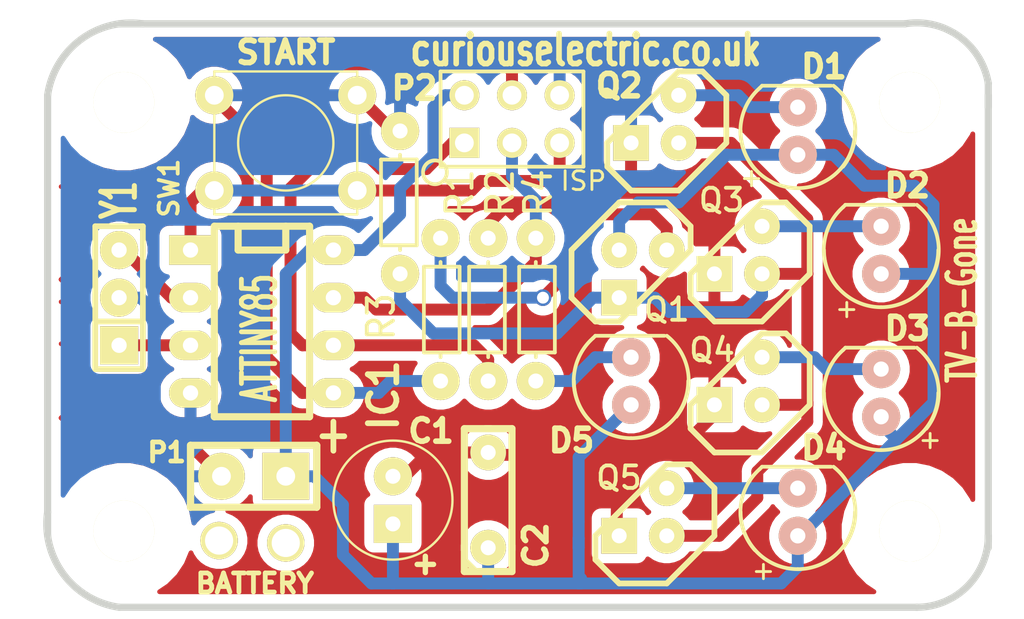
<source format=kicad_pcb>
(kicad_pcb (version 20171130) (host pcbnew "(5.1.0)-1")

  (general
    (thickness 1.6002)
    (drawings 13)
    (tracks 212)
    (zones 0)
    (modules 25)
    (nets 16)
  )

  (page A4)
  (title_block
    (date "29 dec 2014")
  )

  (layers
    (0 Front signal)
    (31 Back signal)
    (32 B.Adhes user)
    (33 F.Adhes user)
    (34 B.Paste user)
    (35 F.Paste user)
    (36 B.SilkS user)
    (37 F.SilkS user)
    (38 B.Mask user)
    (39 F.Mask user)
    (40 Dwgs.User user)
    (41 Cmts.User user)
    (42 Eco1.User user)
    (43 Eco2.User user)
    (44 Edge.Cuts user)
  )

  (setup
    (last_trace_width 0.635)
    (trace_clearance 0.254)
    (zone_clearance 0.508)
    (zone_45_only no)
    (trace_min 0.2032)
    (via_size 0.889)
    (via_drill 0.635)
    (via_min_size 0.889)
    (via_min_drill 0.508)
    (uvia_size 0.508)
    (uvia_drill 0.127)
    (uvias_allowed no)
    (uvia_min_size 0.508)
    (uvia_min_drill 0.127)
    (edge_width 0.381)
    (segment_width 0.381)
    (pcb_text_width 0.3048)
    (pcb_text_size 1.524 2.032)
    (mod_edge_width 0.381)
    (mod_text_size 1.524 1.524)
    (mod_text_width 0.3048)
    (pad_size 1.905 1.905)
    (pad_drill 0.8001)
    (pad_to_mask_clearance 0.254)
    (aux_axis_origin 0 0)
    (visible_elements 7FFFFFFF)
    (pcbplotparams
      (layerselection 0x010f0_ffffffff)
      (usegerberextensions true)
      (usegerberattributes false)
      (usegerberadvancedattributes false)
      (creategerberjobfile false)
      (excludeedgelayer true)
      (linewidth 0.150000)
      (plotframeref false)
      (viasonmask false)
      (mode 1)
      (useauxorigin true)
      (hpglpennumber 1)
      (hpglpenspeed 20)
      (hpglpendiameter 15.000000)
      (psnegative false)
      (psa4output false)
      (plotreference true)
      (plotvalue true)
      (plotinvisibletext false)
      (padsonsilk false)
      (subtractmaskfromsilk false)
      (outputformat 1)
      (mirror false)
      (drillshape 0)
      (scaleselection 1)
      (outputdirectory "../TVBGone_GERBER/"))
  )

  (net 0 "")
  (net 1 GND)
  (net 2 VCC)
  (net 3 "Net-(D1-Pad2)")
  (net 4 "Net-(D2-Pad2)")
  (net 5 "Net-(D3-Pad2)")
  (net 6 "Net-(D4-Pad2)")
  (net 7 "Net-(D5-Pad2)")
  (net 8 "Net-(IC1-Pad1)")
  (net 9 "Net-(IC1-Pad2)")
  (net 10 "Net-(IC1-Pad3)")
  (net 11 "Net-(IC1-Pad5)")
  (net 12 "Net-(IC1-Pad6)")
  (net 13 "Net-(IC1-Pad7)")
  (net 14 "Net-(Q1-Pad1)")
  (net 15 "Net-(Q1-Pad2)")

  (net_class Default "This is the default net class."
    (clearance 0.254)
    (trace_width 0.635)
    (via_dia 0.889)
    (via_drill 0.635)
    (uvia_dia 0.508)
    (uvia_drill 0.127)
    (add_net GND)
    (add_net "Net-(D1-Pad2)")
    (add_net "Net-(D2-Pad2)")
    (add_net "Net-(D3-Pad2)")
    (add_net "Net-(D4-Pad2)")
    (add_net "Net-(D5-Pad2)")
    (add_net "Net-(IC1-Pad1)")
    (add_net "Net-(IC1-Pad2)")
    (add_net "Net-(IC1-Pad3)")
    (add_net "Net-(IC1-Pad5)")
    (add_net "Net-(IC1-Pad6)")
    (add_net "Net-(IC1-Pad7)")
    (add_net "Net-(Q1-Pad1)")
    (add_net "Net-(Q1-Pad2)")
    (add_net VCC)
  )

  (net_class 15 ""
    (clearance 0.254)
    (trace_width 0.381)
    (via_dia 0.889)
    (via_drill 0.635)
    (uvia_dia 0.508)
    (uvia_drill 0.127)
  )

  (net_class 20 ""
    (clearance 0.254)
    (trace_width 0.508)
    (via_dia 0.889)
    (via_drill 0.635)
    (uvia_dia 0.508)
    (uvia_drill 0.127)
  )

  (net_class 30 ""
    (clearance 0.254)
    (trace_width 0.762)
    (via_dia 0.889)
    (via_drill 0.635)
    (uvia_dia 0.508)
    (uvia_drill 0.127)
  )

  (net_class 50 ""
    (clearance 0.254)
    (trace_width 1.27)
    (via_dia 0.889)
    (via_drill 0.635)
    (uvia_dia 0.508)
    (uvia_drill 0.127)
  )

  (module matts_components:C1V7_lg_pad (layer Front) (tedit 5C28CC24) (tstamp 563246DE)
    (at 56.515 81.28 90)
    (path /4F159550)
    (fp_text reference C1 (at 3.683 2.032 180) (layer F.SilkS)
      (effects (font (size 1.2 1.2) (thickness 0.3)))
    )
    (fp_text value 100uf (at -4.064 -1.143 180) (layer F.SilkS) hide
      (effects (font (size 1.143 0.889) (thickness 0.2032)))
    )
    (fp_text user + (at -3.429 1.651 90) (layer F.SilkS)
      (effects (font (size 1.143 1.143) (thickness 0.28702)))
    )
    (fp_circle (center 0 0) (end 3.175 0) (layer F.SilkS) (width 0.127))
    (pad 1 thru_hole rect (at -1.27 0 90) (size 2.032 2.032) (drill 0.8001) (layers *.Cu *.Mask F.SilkS)
      (net 2 VCC))
    (pad 2 thru_hole circle (at 1.27 0 90) (size 2.032 2.032) (drill 0.8001) (layers *.Cu *.Mask F.SilkS)
      (net 1 GND))
    (model discret/c_vert_c1v7.wrl
      (at (xyz 0 0 0))
      (scale (xyz 1 1 1))
      (rotate (xyz 0 0 0))
    )
  )

  (module matts_components:C1_wide_lg_pad (layer Front) (tedit 5C28CC1F) (tstamp 563246E3)
    (at 61.595 82.55 90)
    (descr "Condensateur e = 1 pas")
    (tags C)
    (path /4F159532)
    (fp_text reference C2 (at -1.143 2.54 90) (layer F.SilkS)
      (effects (font (size 1.2 1.2) (thickness 0.3)))
    )
    (fp_text value 100nf (at 2.794 2.159 90) (layer F.SilkS) hide
      (effects (font (size 1.016 1.016) (thickness 0.2032)))
    )
    (fp_line (start -2.54 -1.27) (end -2.54 1.27) (layer F.SilkS) (width 0.381))
    (fp_line (start -2.54 1.27) (end 5.08 1.27) (layer F.SilkS) (width 0.381))
    (fp_line (start 5.08 1.27) (end 5.08 -1.27) (layer F.SilkS) (width 0.381))
    (fp_line (start 5.08 -1.27) (end -2.54 -1.27) (layer F.SilkS) (width 0.381))
    (fp_line (start -2.54 -0.635) (end -1.905 -1.27) (layer F.SilkS) (width 0.3048))
    (pad 1 thru_hole circle (at -1.27 0 90) (size 1.905 1.905) (drill 0.8001) (layers *.Cu *.Mask F.SilkS)
      (net 2 VCC))
    (pad 2 thru_hole circle (at 3.81 0 90) (size 1.905 1.905) (drill 0.8001) (layers *.Cu *.Mask F.SilkS)
      (net 1 GND))
    (model discret/capa_1_pas.wrl
      (at (xyz 0 0 0))
      (scale (xyz 1 1 1))
      (rotate (xyz 0 0 0))
    )
  )

  (module REInnovationFootprint:LED-5MM_larg_pad (layer Front) (tedit 566C30A4) (tstamp 563246FC)
    (at 69.215 74.93 90)
    (descr "LED 5mm - Lead pitch 100mil (2,54mm)")
    (tags "LED led 5mm 5MM 100mil 2,54mm")
    (path /4F15967C)
    (attr virtual)
    (fp_text reference D5 (at -3.175 -3.175 180) (layer F.SilkS)
      (effects (font (size 1.2 1.2) (thickness 0.3)))
    )
    (fp_text value RED (at 0 3.81 90) (layer F.SilkS) hide
      (effects (font (size 0.762 0.762) (thickness 0.0889)))
    )
    (fp_line (start 2.413 -1.905) (end 2.286 -2.032) (layer F.SilkS) (width 0.2))
    (fp_line (start 2.413 -1.905) (end 2.413 1.778) (layer F.SilkS) (width 0.2))
    (fp_arc (start 0 0) (end 2.413 1.905) (angle 90) (layer F.SilkS) (width 0.2))
    (fp_arc (start 0 0) (end -2.032 -2.286) (angle 90) (layer F.SilkS) (width 0.2))
    (fp_arc (start 0 0) (end 0 3.048) (angle 90) (layer F.SilkS) (width 0.2))
    (fp_arc (start 0 0) (end -3.048 0) (angle 90) (layer F.SilkS) (width 0.2))
    (pad 1 thru_hole circle (at -1.27 0 90) (size 2.032 2.032) (drill 0.8128) (layers *.Cu *.SilkS *.Mask F.Paste)
      (net 2 VCC))
    (pad 2 thru_hole circle (at 1.27 0 90) (size 2.032 2.032) (drill 0.8128) (layers *.Cu *.SilkS *.Mask F.Paste)
      (net 7 "Net-(D5-Pad2)"))
    (model discret/leds/led5_vertical_verde.wrl
      (at (xyz 0 0 0))
      (scale (xyz 1 1 1))
      (rotate (xyz 0 0 0))
    )
  )

  (module REInnovationFootprint:DIP-8__300_ELL (layer Front) (tedit 56324DC5) (tstamp 56324701)
    (at 49.53 71.755 270)
    (descr "8 pins DIL package, elliptical pads")
    (tags DIL)
    (path /4F1597B0)
    (fp_text reference IC1 (at 3.937 -6.477 270) (layer F.SilkS)
      (effects (font (size 1.524 1.524) (thickness 0.3048)))
    )
    (fp_text value ATTINY85 (at 0.889 0.127 270) (layer F.SilkS)
      (effects (font (size 1.778 1.016) (thickness 0.254)))
    )
    (fp_line (start -5.08 -1.27) (end -3.81 -1.27) (layer F.SilkS) (width 0.381))
    (fp_line (start -3.81 -1.27) (end -3.81 1.27) (layer F.SilkS) (width 0.381))
    (fp_line (start -3.81 1.27) (end -5.08 1.27) (layer F.SilkS) (width 0.381))
    (fp_line (start -5.08 -2.54) (end 5.08 -2.54) (layer F.SilkS) (width 0.381))
    (fp_line (start 5.08 -2.54) (end 5.08 2.54) (layer F.SilkS) (width 0.381))
    (fp_line (start 5.08 2.54) (end -5.08 2.54) (layer F.SilkS) (width 0.381))
    (fp_line (start -5.08 2.54) (end -5.08 -2.54) (layer F.SilkS) (width 0.381))
    (pad 1 thru_hole rect (at -3.81 3.81 270) (size 1.5748 2.286) (drill 0.8128) (layers *.Cu *.Mask F.SilkS)
      (net 8 "Net-(IC1-Pad1)"))
    (pad 2 thru_hole oval (at -1.27 3.81 270) (size 1.5748 2.286) (drill 0.8128) (layers *.Cu *.Mask F.SilkS)
      (net 9 "Net-(IC1-Pad2)"))
    (pad 3 thru_hole oval (at 1.27 3.81 270) (size 1.5748 2.286) (drill 0.8128) (layers *.Cu *.Mask F.SilkS)
      (net 10 "Net-(IC1-Pad3)"))
    (pad 4 thru_hole oval (at 3.81 3.81 270) (size 1.5748 2.286) (drill 0.8128) (layers *.Cu *.Mask F.SilkS)
      (net 1 GND))
    (pad 5 thru_hole oval (at 3.81 -3.81 270) (size 1.5748 2.286) (drill 0.8128) (layers *.Cu *.Mask F.SilkS)
      (net 11 "Net-(IC1-Pad5)"))
    (pad 6 thru_hole oval (at 1.27 -3.81 270) (size 1.5748 2.286) (drill 0.8128) (layers *.Cu *.Mask F.SilkS)
      (net 12 "Net-(IC1-Pad6)"))
    (pad 7 thru_hole oval (at -1.27 -3.81 270) (size 1.5748 2.286) (drill 0.8128) (layers *.Cu *.Mask F.SilkS)
      (net 13 "Net-(IC1-Pad7)"))
    (pad 8 thru_hole oval (at -3.81 -3.81 270) (size 1.5748 2.286) (drill 0.8128) (layers *.Cu *.Mask F.SilkS)
      (net 2 VCC))
    (model dil/dil_8.wrl
      (at (xyz 0 0 0))
      (scale (xyz 1 1 1))
      (rotate (xyz 0 0 0))
    )
  )

  (module REInnovationFootprint:conn_2_battery (layer Front) (tedit 5C28CC2C) (tstamp 5632470C)
    (at 48.26 80.01 180)
    (path /4F159619)
    (fp_text reference P1 (at 3.81 1.27 180) (layer F.SilkS)
      (effects (font (size 1.016 1.016) (thickness 0.254)))
    )
    (fp_text value BATTERY (at -0.889 -5.715) (layer F.SilkS)
      (effects (font (size 1.016 1.016) (thickness 0.254)))
    )
    (fp_line (start -4.191 1.651) (end 2.54 1.651) (layer F.SilkS) (width 0.381))
    (fp_line (start 2.54 1.651) (end 2.54 -1.651) (layer F.SilkS) (width 0.381))
    (fp_line (start 2.54 -1.651) (end -4.191 -1.651) (layer F.SilkS) (width 0.381))
    (fp_line (start -4.191 -1.651) (end -4.191 1.651) (layer F.SilkS) (width 0.381))
    (fp_line (start 2.54 -1.651) (end 2.54 1.651) (layer F.SilkS) (width 0.381))
    (fp_line (start -4.191 1.651) (end -4.191 -1.651) (layer F.SilkS) (width 0.381))
    (pad 1 thru_hole rect (at -2.54 0 180) (size 2.49936 2.49936) (drill 1.00076) (layers *.Cu *.Mask F.SilkS)
      (net 2 VCC))
    (pad 2 thru_hole circle (at 0.889 0 180) (size 2.49936 2.49936) (drill 1.00076) (layers *.Cu *.Mask F.SilkS)
      (net 1 GND))
    (pad 3 thru_hole circle (at -2.54 -3.556 180) (size 1.99898 1.99898) (drill 1.50114) (layers *.Cu *.Mask F.SilkS))
    (pad 4 thru_hole circle (at 1.016 -3.429 180) (size 1.99898 1.99898) (drill 1.50114) (layers *.Cu *.Mask F.SilkS))
  )

  (module REInnovationFootprint:TH3x2_ISP (layer Front) (tedit 566C33F5) (tstamp 5632471C)
    (at 63.5 60.96)
    (path /4F212F27)
    (fp_text reference P2 (at -5.842 -1.651) (layer F.SilkS)
      (effects (font (size 1.2 1.2) (thickness 0.3)))
    )
    (fp_text value ISP (at 3.175 3.302 180) (layer F.SilkS)
      (effects (font (size 1 1) (thickness 0.15)))
    )
    (fp_circle (center -4.745 2.84) (end -5.38 2.84) (layer F.SilkS) (width 0.2))
    (fp_line (start -4.445 -2.54) (end 3.175 -2.54) (layer F.SilkS) (width 0.2))
    (fp_line (start 3.175 -2.54) (end 3.175 2.54) (layer F.SilkS) (width 0.2))
    (fp_line (start 3.175 2.54) (end -4.445 2.54) (layer F.SilkS) (width 0.2))
    (fp_line (start -4.445 2.54) (end -4.445 -2.54) (layer F.SilkS) (width 0.2))
    (pad 1 thru_hole rect (at -3.175 1.27) (size 1.6002 1.6002) (drill 1) (layers *.Cu *.Mask F.SilkS)
      (net 12 "Net-(IC1-Pad6)"))
    (pad 2 thru_hole circle (at -3.175 -1.27) (size 1.6002 1.6002) (drill 1) (layers *.Cu *.Mask F.SilkS)
      (net 2 VCC))
    (pad 3 thru_hole circle (at -0.635 1.27) (size 1.6002 1.6002) (drill 1) (layers *.Cu *.Mask F.SilkS)
      (net 13 "Net-(IC1-Pad7)"))
    (pad 4 thru_hole circle (at -0.635 -1.27) (size 1.6002 1.6002) (drill 1) (layers *.Cu *.Mask F.SilkS)
      (net 11 "Net-(IC1-Pad5)"))
    (pad 5 thru_hole circle (at 1.905 1.27) (size 1.6002 1.6002) (drill 1) (layers *.Cu *.Mask F.SilkS)
      (net 8 "Net-(IC1-Pad1)"))
    (pad 6 thru_hole circle (at 1.905 -1.27) (size 1.6002 1.6002) (drill 1) (layers *.Cu *.Mask F.SilkS)
      (net 1 GND))
  )

  (module REInnovationFootprint:TO92-ECB_large_pad_BC639 (layer Front) (tedit 5C28CC64) (tstamp 5632471D)
    (at 69.85 69.215)
    (descr "Transistor TO92 brochage type BC237")
    (tags BC639)
    (path /4F1595EF)
    (fp_text reference Q1 (at 1.27 1.905) (layer F.SilkS)
      (effects (font (size 1.2 1.2) (thickness 0.2032)))
    )
    (fp_text value BC640 (at -0.508 -3.175) (layer F.SilkS) hide
      (effects (font (size 1.016 1.016) (thickness 0.2032)))
    )
    (fp_line (start -1.27 2.54) (end 2.54 -1.27) (layer F.SilkS) (width 0.3048))
    (fp_line (start 2.54 -1.27) (end 2.54 -2.54) (layer F.SilkS) (width 0.3048))
    (fp_line (start 2.54 -2.54) (end 1.27 -3.81) (layer F.SilkS) (width 0.3048))
    (fp_line (start 1.27 -3.81) (end -1.27 -3.81) (layer F.SilkS) (width 0.3048))
    (fp_line (start -1.27 -3.81) (end -3.81 -1.27) (layer F.SilkS) (width 0.3048))
    (fp_line (start -3.81 -1.27) (end -3.81 1.27) (layer F.SilkS) (width 0.3048))
    (fp_line (start -3.81 1.27) (end -2.54 2.54) (layer F.SilkS) (width 0.3048))
    (fp_line (start -2.54 2.54) (end -1.27 2.54) (layer F.SilkS) (width 0.3048))
    (pad 1 thru_hole rect (at -1.27 1.27) (size 1.905 1.905) (drill 0.8001) (layers *.Cu *.Mask F.SilkS)
      (net 14 "Net-(Q1-Pad1)"))
    (pad 2 thru_hole circle (at 1.27 -1.27) (size 1.905 1.905) (drill 0.8001) (layers *.Cu *.Mask F.SilkS)
      (net 15 "Net-(Q1-Pad2)"))
    (pad 3 thru_hole circle (at -1.27 -1.27) (size 1.905 1.905) (drill 0.8001) (layers *.Cu *.Mask F.SilkS)
      (net 2 VCC))
    (model discret/to98.wrl
      (at (xyz 0 0 0))
      (scale (xyz 1 1 1))
      (rotate (xyz 0 0 0))
    )
  )

  (module REInnovationFootprint:TO92-EBC_large_pad (layer Front) (tedit 566C3058) (tstamp 5632472B)
    (at 70.485 60.96 180)
    (descr "Transistor TO92 brochage type BC237")
    (tags "TR TO92")
    (path /4F15956A)
    (fp_text reference Q2 (at 1.905 1.778 180) (layer F.SilkS)
      (effects (font (size 1.2 1.2) (thickness 0.3)))
    )
    (fp_text value BC548 (at -0.508 -3.175 180) (layer F.SilkS) hide
      (effects (font (size 1.016 1.016) (thickness 0.2032)))
    )
    (fp_line (start -1.27 2.54) (end 2.54 -1.27) (layer F.SilkS) (width 0.3048))
    (fp_line (start 2.54 -1.27) (end 2.54 -2.54) (layer F.SilkS) (width 0.3048))
    (fp_line (start 2.54 -2.54) (end 1.27 -3.81) (layer F.SilkS) (width 0.3048))
    (fp_line (start 1.27 -3.81) (end -1.27 -3.81) (layer F.SilkS) (width 0.3048))
    (fp_line (start -1.27 -3.81) (end -3.81 -1.27) (layer F.SilkS) (width 0.3048))
    (fp_line (start -3.81 -1.27) (end -3.81 1.27) (layer F.SilkS) (width 0.3048))
    (fp_line (start -3.81 1.27) (end -2.54 2.54) (layer F.SilkS) (width 0.3048))
    (fp_line (start -2.54 2.54) (end -1.27 2.54) (layer F.SilkS) (width 0.3048))
    (pad 1 thru_hole rect (at 1.27 -1.27 180) (size 1.905 1.905) (drill 0.8001) (layers *.Cu *.Mask F.SilkS)
      (net 1 GND))
    (pad 2 thru_hole circle (at -1.27 -1.27 180) (size 1.905 1.905) (drill 0.8001) (layers *.Cu *.Mask F.SilkS)
      (net 14 "Net-(Q1-Pad1)"))
    (pad 3 thru_hole circle (at -1.27 1.27 180) (size 1.905 1.905) (drill 0.8001) (layers *.Cu *.Mask F.SilkS)
      (net 3 "Net-(D1-Pad2)"))
    (model discret/to98.wrl
      (at (xyz 0 0 0))
      (scale (xyz 1 1 1))
      (rotate (xyz 0 0 0))
    )
  )

  (module REInnovationFootprint:TO92-EBC_large_pad (layer Front) (tedit 566C30B7) (tstamp 56324731)
    (at 74.93 67.945 180)
    (descr "Transistor TO92 brochage type BC237")
    (tags "TR TO92")
    (path /4F159684)
    (fp_text reference Q3 (at 0.889 2.667 180) (layer F.SilkS)
      (effects (font (size 1.2 1.2) (thickness 0.2032)))
    )
    (fp_text value BC548 (at -0.508 -3.175 180) (layer F.SilkS) hide
      (effects (font (size 1.016 1.016) (thickness 0.2032)))
    )
    (fp_line (start -1.27 2.54) (end 2.54 -1.27) (layer F.SilkS) (width 0.3048))
    (fp_line (start 2.54 -1.27) (end 2.54 -2.54) (layer F.SilkS) (width 0.3048))
    (fp_line (start 2.54 -2.54) (end 1.27 -3.81) (layer F.SilkS) (width 0.3048))
    (fp_line (start 1.27 -3.81) (end -1.27 -3.81) (layer F.SilkS) (width 0.3048))
    (fp_line (start -1.27 -3.81) (end -3.81 -1.27) (layer F.SilkS) (width 0.3048))
    (fp_line (start -3.81 -1.27) (end -3.81 1.27) (layer F.SilkS) (width 0.3048))
    (fp_line (start -3.81 1.27) (end -2.54 2.54) (layer F.SilkS) (width 0.3048))
    (fp_line (start -2.54 2.54) (end -1.27 2.54) (layer F.SilkS) (width 0.3048))
    (pad 1 thru_hole rect (at 1.27 -1.27 180) (size 1.905 1.905) (drill 0.8001) (layers *.Cu *.Mask F.SilkS)
      (net 1 GND))
    (pad 2 thru_hole circle (at -1.27 -1.27 180) (size 1.905 1.905) (drill 0.8001) (layers *.Cu *.Mask F.SilkS)
      (net 14 "Net-(Q1-Pad1)"))
    (pad 3 thru_hole circle (at -1.27 1.27 180) (size 1.905 1.905) (drill 0.8001) (layers *.Cu *.Mask F.SilkS)
      (net 4 "Net-(D2-Pad2)"))
    (model discret/to98.wrl
      (at (xyz 0 0 0))
      (scale (xyz 1 1 1))
      (rotate (xyz 0 0 0))
    )
  )

  (module REInnovationFootprint:TO92-EBC_large_pad (layer Front) (tedit 566C30C5) (tstamp 56324737)
    (at 74.93 74.93 180)
    (descr "Transistor TO92 brochage type BC237")
    (tags "TR TO92")
    (path /4F159689)
    (fp_text reference Q4 (at 1.397 1.651 180) (layer F.SilkS)
      (effects (font (size 1.2 1.2) (thickness 0.2032)))
    )
    (fp_text value BC548 (at -0.508 -3.175 180) (layer F.SilkS) hide
      (effects (font (size 1.016 1.016) (thickness 0.2032)))
    )
    (fp_line (start -1.27 2.54) (end 2.54 -1.27) (layer F.SilkS) (width 0.3048))
    (fp_line (start 2.54 -1.27) (end 2.54 -2.54) (layer F.SilkS) (width 0.3048))
    (fp_line (start 2.54 -2.54) (end 1.27 -3.81) (layer F.SilkS) (width 0.3048))
    (fp_line (start 1.27 -3.81) (end -1.27 -3.81) (layer F.SilkS) (width 0.3048))
    (fp_line (start -1.27 -3.81) (end -3.81 -1.27) (layer F.SilkS) (width 0.3048))
    (fp_line (start -3.81 -1.27) (end -3.81 1.27) (layer F.SilkS) (width 0.3048))
    (fp_line (start -3.81 1.27) (end -2.54 2.54) (layer F.SilkS) (width 0.3048))
    (fp_line (start -2.54 2.54) (end -1.27 2.54) (layer F.SilkS) (width 0.3048))
    (pad 1 thru_hole rect (at 1.27 -1.27 180) (size 1.905 1.905) (drill 0.8001) (layers *.Cu *.Mask F.SilkS)
      (net 1 GND))
    (pad 2 thru_hole circle (at -1.27 -1.27 180) (size 1.905 1.905) (drill 0.8001) (layers *.Cu *.Mask F.SilkS)
      (net 14 "Net-(Q1-Pad1)"))
    (pad 3 thru_hole circle (at -1.27 1.27 180) (size 1.905 1.905) (drill 0.8001) (layers *.Cu *.Mask F.SilkS)
      (net 5 "Net-(D3-Pad2)"))
    (model discret/to98.wrl
      (at (xyz 0 0 0))
      (scale (xyz 1 1 1))
      (rotate (xyz 0 0 0))
    )
  )

  (module REInnovationFootprint:TO92-EBC_large_pad (layer Front) (tedit 566C3083) (tstamp 5632473D)
    (at 69.85 81.915 180)
    (descr "Transistor TO92 brochage type BC237")
    (tags "TR TO92")
    (path /4F15968C)
    (fp_text reference Q5 (at 1.2827 1.8288 180) (layer F.SilkS)
      (effects (font (size 1.2 1.2) (thickness 0.2032)))
    )
    (fp_text value BC548 (at -0.508 -3.175 180) (layer F.SilkS) hide
      (effects (font (size 1.016 1.016) (thickness 0.2032)))
    )
    (fp_line (start -1.27 2.54) (end 2.54 -1.27) (layer F.SilkS) (width 0.3048))
    (fp_line (start 2.54 -1.27) (end 2.54 -2.54) (layer F.SilkS) (width 0.3048))
    (fp_line (start 2.54 -2.54) (end 1.27 -3.81) (layer F.SilkS) (width 0.3048))
    (fp_line (start 1.27 -3.81) (end -1.27 -3.81) (layer F.SilkS) (width 0.3048))
    (fp_line (start -1.27 -3.81) (end -3.81 -1.27) (layer F.SilkS) (width 0.3048))
    (fp_line (start -3.81 -1.27) (end -3.81 1.27) (layer F.SilkS) (width 0.3048))
    (fp_line (start -3.81 1.27) (end -2.54 2.54) (layer F.SilkS) (width 0.3048))
    (fp_line (start -2.54 2.54) (end -1.27 2.54) (layer F.SilkS) (width 0.3048))
    (pad 1 thru_hole rect (at 1.27 -1.27 180) (size 1.905 1.905) (drill 0.8001) (layers *.Cu *.Mask F.SilkS)
      (net 1 GND))
    (pad 2 thru_hole circle (at -1.27 -1.27 180) (size 1.905 1.905) (drill 0.8001) (layers *.Cu *.Mask F.SilkS)
      (net 14 "Net-(Q1-Pad1)"))
    (pad 3 thru_hole circle (at -1.27 1.27 180) (size 1.905 1.905) (drill 0.8001) (layers *.Cu *.Mask F.SilkS)
      (net 6 "Net-(D4-Pad2)"))
    (model discret/to98.wrl
      (at (xyz 0 0 0))
      (scale (xyz 1 1 1))
      (rotate (xyz 0 0 0))
    )
  )

  (module REInnovationFootprint:TH_Resistor_1 (layer Front) (tedit 566C2F9C) (tstamp 56324743)
    (at 59.055 71.12 270)
    (descr "Resitance 3 pas")
    (tags R)
    (path /4F15955F)
    (autoplace_cost180 10)
    (fp_text reference R1 (at -6.223 -1.016 270) (layer F.SilkS)
      (effects (font (size 1.397 1.27) (thickness 0.2032)))
    )
    (fp_text value 1k (at 0 0 270) (layer F.SilkS) hide
      (effects (font (size 1.397 1.27) (thickness 0.2032)))
    )
    (fp_line (start -2.286 0) (end -2.54 0) (layer F.SilkS) (width 0.2))
    (fp_line (start 2.286 0) (end 2.54 0) (layer F.SilkS) (width 0.2))
    (fp_line (start -2.286 -1.016) (end -2.286 0.889) (layer F.SilkS) (width 0.2))
    (fp_line (start -2.286 0.889) (end 2.286 0.889) (layer F.SilkS) (width 0.2))
    (fp_line (start 2.286 0.889) (end 2.286 -1.016) (layer F.SilkS) (width 0.2))
    (fp_line (start 2.286 -1.016) (end -2.286 -1.016) (layer F.SilkS) (width 0.2))
    (pad 1 thru_hole circle (at -3.81 0 270) (size 2.032 2.032) (drill 0.8001) (layers *.Cu *.Mask F.SilkS)
      (net 15 "Net-(Q1-Pad2)"))
    (pad 2 thru_hole circle (at 3.81 0 270) (size 2.032 2.032) (drill 0.8001) (layers *.Cu *.Mask F.SilkS)
      (net 11 "Net-(IC1-Pad5)"))
    (model discret/resistor.wrl
      (at (xyz 0 0 0))
      (scale (xyz 0.3 0.3 0.3))
      (rotate (xyz 0 0 0))
    )
  )

  (module REInnovationFootprint:TH_Resistor_1 (layer Front) (tedit 566C2FA7) (tstamp 56324748)
    (at 61.595 71.12 90)
    (descr "Resitance 3 pas")
    (tags R)
    (path /4F159E51)
    (autoplace_cost180 10)
    (fp_text reference R2 (at 6.223 0.635 90) (layer F.SilkS)
      (effects (font (size 1.397 1.27) (thickness 0.2032)))
    )
    (fp_text value 10k (at 0 0 90) (layer F.SilkS) hide
      (effects (font (size 1.397 1.27) (thickness 0.2032)))
    )
    (fp_line (start -2.286 0) (end -2.54 0) (layer F.SilkS) (width 0.2))
    (fp_line (start 2.286 0) (end 2.54 0) (layer F.SilkS) (width 0.2))
    (fp_line (start -2.286 -1.016) (end -2.286 0.889) (layer F.SilkS) (width 0.2))
    (fp_line (start -2.286 0.889) (end 2.286 0.889) (layer F.SilkS) (width 0.2))
    (fp_line (start 2.286 0.889) (end 2.286 -1.016) (layer F.SilkS) (width 0.2))
    (fp_line (start 2.286 -1.016) (end -2.286 -1.016) (layer F.SilkS) (width 0.2))
    (pad 1 thru_hole circle (at -3.81 0 90) (size 2.032 2.032) (drill 0.8001) (layers *.Cu *.Mask F.SilkS)
      (net 12 "Net-(IC1-Pad6)"))
    (pad 2 thru_hole circle (at 3.81 0 90) (size 2.032 2.032) (drill 0.8001) (layers *.Cu *.Mask F.SilkS)
      (net 1 GND))
    (model discret/resistor.wrl
      (at (xyz 0 0 0))
      (scale (xyz 0.3 0.3 0.3))
      (rotate (xyz 0 0 0))
    )
  )

  (module REInnovationFootprint:TH_Resistor_1 (layer Front) (tedit 5C28CC51) (tstamp 5632474D)
    (at 56.896 65.405 90)
    (descr "Resitance 3 pas")
    (tags R)
    (path /4F159E4D)
    (autoplace_cost180 10)
    (fp_text reference R3 (at -6.096 -1.016 270) (layer F.SilkS)
      (effects (font (size 1.397 1.27) (thickness 0.2032)))
    )
    (fp_text value 10k (at 0 0 90) (layer F.SilkS) hide
      (effects (font (size 1.397 1.27) (thickness 0.2032)))
    )
    (fp_line (start -2.286 0) (end -2.54 0) (layer F.SilkS) (width 0.2))
    (fp_line (start 2.286 0) (end 2.54 0) (layer F.SilkS) (width 0.2))
    (fp_line (start -2.286 -1.016) (end -2.286 0.889) (layer F.SilkS) (width 0.2))
    (fp_line (start -2.286 0.889) (end 2.286 0.889) (layer F.SilkS) (width 0.2))
    (fp_line (start 2.286 0.889) (end 2.286 -1.016) (layer F.SilkS) (width 0.2))
    (fp_line (start 2.286 -1.016) (end -2.286 -1.016) (layer F.SilkS) (width 0.2))
    (pad 1 thru_hole circle (at -3.81 0 90) (size 2.032 2.032) (drill 0.8001) (layers *.Cu *.Mask F.SilkS)
      (net 14 "Net-(Q1-Pad1)"))
    (pad 2 thru_hole circle (at 3.81 0 90) (size 2.032 2.032) (drill 0.8001) (layers *.Cu *.Mask F.SilkS)
      (net 1 GND))
    (model discret/resistor.wrl
      (at (xyz 0 0 0))
      (scale (xyz 0.3 0.3 0.3))
      (rotate (xyz 0 0 0))
    )
  )

  (module REInnovationFootprint:TH_Resistor_1 (layer Front) (tedit 566C2F73) (tstamp 56324752)
    (at 64.135 71.12 270)
    (descr "Resitance 3 pas")
    (tags R)
    (path /4F15955C)
    (autoplace_cost180 10)
    (fp_text reference R4 (at -6.223 -0.127 90) (layer F.SilkS)
      (effects (font (size 1.397 1.27) (thickness 0.2032)))
    )
    (fp_text value 1k (at 0 0 270) (layer F.SilkS) hide
      (effects (font (size 1.397 1.27) (thickness 0.2032)))
    )
    (fp_line (start -2.286 0) (end -2.54 0) (layer F.SilkS) (width 0.2))
    (fp_line (start 2.286 0) (end 2.54 0) (layer F.SilkS) (width 0.2))
    (fp_line (start -2.286 -1.016) (end -2.286 0.889) (layer F.SilkS) (width 0.2))
    (fp_line (start -2.286 0.889) (end 2.286 0.889) (layer F.SilkS) (width 0.2))
    (fp_line (start 2.286 0.889) (end 2.286 -1.016) (layer F.SilkS) (width 0.2))
    (fp_line (start 2.286 -1.016) (end -2.286 -1.016) (layer F.SilkS) (width 0.2))
    (pad 1 thru_hole circle (at -3.81 0 270) (size 2.032 2.032) (drill 0.8001) (layers *.Cu *.Mask F.SilkS)
      (net 13 "Net-(IC1-Pad7)"))
    (pad 2 thru_hole circle (at 3.81 0 270) (size 2.032 2.032) (drill 0.8001) (layers *.Cu *.Mask F.SilkS)
      (net 7 "Net-(D5-Pad2)"))
    (model discret/resistor.wrl
      (at (xyz 0 0 0))
      (scale (xyz 0.3 0.3 0.3))
      (rotate (xyz 0 0 0))
    )
  )

  (module REInnovationFootprint:SW_PUSH_SMALL_lg_pad (layer Front) (tedit 566C2F13) (tstamp 56324757)
    (at 50.8 62.23)
    (path /4F159627)
    (fp_text reference SW1 (at -6.223 2.413 90) (layer F.SilkS)
      (effects (font (size 1.016 1.016) (thickness 0.2032)))
    )
    (fp_text value START (at 0 -4.826) (layer F.SilkS)
      (effects (font (size 1.2 1.2) (thickness 0.3)))
    )
    (fp_circle (center 0 0) (end 0 -2.54) (layer F.SilkS) (width 0.127))
    (fp_line (start -3.81 -3.81) (end 3.81 -3.81) (layer F.SilkS) (width 0.127))
    (fp_line (start 3.81 -3.81) (end 3.81 3.81) (layer F.SilkS) (width 0.127))
    (fp_line (start 3.81 3.81) (end -3.81 3.81) (layer F.SilkS) (width 0.127))
    (fp_line (start -3.81 -3.81) (end -3.81 3.81) (layer F.SilkS) (width 0.127))
    (pad 1 thru_hole circle (at 3.81 -2.54) (size 2.032 2.032) (drill 1.00076) (layers *.Cu *.Mask F.SilkS)
      (net 1 GND))
    (pad 2 thru_hole circle (at 3.81 2.54) (size 2.032 2.032) (drill 1.00076) (layers *.Cu *.Mask F.SilkS)
      (net 8 "Net-(IC1-Pad1)"))
    (pad 1 thru_hole circle (at -3.81 -2.54) (size 2.032 2.032) (drill 1.00076) (layers *.Cu *.Mask F.SilkS)
      (net 1 GND))
    (pad 2 thru_hole circle (at -3.81 2.54) (size 2.032 2.032) (drill 1.00076) (layers *.Cu *.Mask F.SilkS)
      (net 8 "Net-(IC1-Pad1)"))
  )

  (module REInnovationFootprint:SIL-3_lg_pad (layer Front) (tedit 5C28CC3B) (tstamp 5632475E)
    (at 41.91 70.485 90)
    (descr "Connecteur 3 pins")
    (tags "CONN DEV")
    (path /4F159932)
    (fp_text reference Y1 (at 5.207 0 90) (layer F.SilkS)
      (effects (font (size 1.7907 1.07696) (thickness 0.26924)))
    )
    (fp_text value 8MHz (at -6.223 0.381 90) (layer F.SilkS) hide
      (effects (font (size 1.524 1.016) (thickness 0.254)))
    )
    (fp_line (start -3.81 1.27) (end -3.81 -1.27) (layer F.SilkS) (width 0.3048))
    (fp_line (start -3.81 -1.27) (end 3.81 -1.27) (layer F.SilkS) (width 0.3048))
    (fp_line (start 3.81 -1.27) (end 3.81 1.27) (layer F.SilkS) (width 0.3048))
    (fp_line (start 3.81 1.27) (end -3.81 1.27) (layer F.SilkS) (width 0.3048))
    (fp_line (start -1.27 -1.27) (end -1.27 1.27) (layer F.SilkS) (width 0.3048))
    (pad 1 thru_hole rect (at -2.54 0 90) (size 2.032 2.032) (drill 0.8128) (layers *.Cu *.Mask F.SilkS)
      (net 10 "Net-(IC1-Pad3)"))
    (pad 2 thru_hole circle (at 0 0 90) (size 2.032 2.032) (drill 0.8128) (layers *.Cu *.Mask F.SilkS)
      (net 1 GND))
    (pad 3 thru_hole circle (at 2.54 0 90) (size 2.032 2.032) (drill 0.8128) (layers *.Cu *.Mask F.SilkS)
      (net 9 "Net-(IC1-Pad2)"))
  )

  (module REInnovationFootprint:NPTH_3MM (layer Front) (tedit 560916AF) (tstamp 56324EFB)
    (at 42.164 60.071)
    (descr "module 1 pin (ou trou mecanique de percage)")
    (tags DEV)
    (path /563274A1)
    (fp_text reference P4 (at 0 -3.048) (layer F.SilkS) hide
      (effects (font (size 1.016 1.016) (thickness 0.254)))
    )
    (fp_text value PCB (at 0 2.794) (layer F.SilkS) hide
      (effects (font (size 1.016 1.016) (thickness 0.254)))
    )
    (pad "" np_thru_hole circle (at 0 0) (size 3.25 3.25) (drill 3.25) (layers *.Cu *.Mask F.SilkS)
      (clearance 2))
  )

  (module REInnovationFootprint:NPTH_3MM (layer Front) (tedit 560916AF) (tstamp 56324EFF)
    (at 84.074 60.071)
    (descr "module 1 pin (ou trou mecanique de percage)")
    (tags DEV)
    (path /5632753C)
    (fp_text reference P5 (at 0 -3.048) (layer F.SilkS) hide
      (effects (font (size 1.016 1.016) (thickness 0.254)))
    )
    (fp_text value PCB (at 0 2.794) (layer F.SilkS) hide
      (effects (font (size 1.016 1.016) (thickness 0.254)))
    )
    (pad "" np_thru_hole circle (at 0 0) (size 3.25 3.25) (drill 3.25) (layers *.Cu *.Mask F.SilkS)
      (clearance 2))
  )

  (module REInnovationFootprint:NPTH_3MM (layer Front) (tedit 560916AF) (tstamp 56324F03)
    (at 42.164 82.931)
    (descr "module 1 pin (ou trou mecanique de percage)")
    (tags DEV)
    (path /56327543)
    (fp_text reference P6 (at 0 -3.048) (layer F.SilkS) hide
      (effects (font (size 1.016 1.016) (thickness 0.254)))
    )
    (fp_text value PCB (at 0 2.794) (layer F.SilkS) hide
      (effects (font (size 1.016 1.016) (thickness 0.254)))
    )
    (pad "" np_thru_hole circle (at 0 0) (size 3.25 3.25) (drill 3.25) (layers *.Cu *.Mask F.SilkS)
      (clearance 2))
  )

  (module REInnovationFootprint:NPTH_3MM (layer Front) (tedit 560916AF) (tstamp 56324F07)
    (at 84.074 82.931)
    (descr "module 1 pin (ou trou mecanique de percage)")
    (tags DEV)
    (path /563275E7)
    (fp_text reference P7 (at 0 -3.048) (layer F.SilkS) hide
      (effects (font (size 1.016 1.016) (thickness 0.254)))
    )
    (fp_text value PCB (at 0 2.794) (layer F.SilkS) hide
      (effects (font (size 1.016 1.016) (thickness 0.254)))
    )
    (pad "" np_thru_hole circle (at 0 0) (size 3.25 3.25) (drill 3.25) (layers *.Cu *.Mask F.SilkS)
      (clearance 2))
  )

  (module REInnovationFootprint:LED-5MM_larg_pad (layer Front) (tedit 5C28CB53) (tstamp 563246F7)
    (at 78.105 81.915 90)
    (descr "LED 5mm - Lead pitch 100mil (2,54mm)")
    (tags "LED led 5mm 5MM 100mil 2,54mm")
    (path /4F159678)
    (attr virtual)
    (fp_text reference D4 (at 3.429 1.397 180) (layer F.SilkS)
      (effects (font (size 1.2 1.2) (thickness 0.3)))
    )
    (fp_text value IR (at 0 3.81 90) (layer F.SilkS) hide
      (effects (font (size 0.762 0.762) (thickness 0.0889)))
    )
    (fp_text user + (at -3.175 -1.905 90) (layer F.SilkS)
      (effects (font (size 1 1) (thickness 0.15)))
    )
    (fp_line (start 2.413 -1.905) (end 2.286 -2.032) (layer F.SilkS) (width 0.2))
    (fp_line (start 2.413 -1.905) (end 2.413 1.778) (layer F.SilkS) (width 0.2))
    (fp_arc (start 0 0) (end 2.413 1.905) (angle 90) (layer F.SilkS) (width 0.2))
    (fp_arc (start 0 0) (end -2.032 -2.286) (angle 90) (layer F.SilkS) (width 0.2))
    (fp_arc (start 0 0) (end 0 3.048) (angle 90) (layer F.SilkS) (width 0.2))
    (fp_arc (start 0 0) (end -3.048 0) (angle 90) (layer F.SilkS) (width 0.2))
    (pad 1 thru_hole circle (at -1.27 0 90) (size 2.032 2.032) (drill 0.8128) (layers *.Cu *.SilkS *.Mask F.Paste)
      (net 2 VCC))
    (pad 2 thru_hole circle (at 1.27 0 90) (size 2.032 2.032) (drill 0.8128) (layers *.Cu *.SilkS *.Mask F.Paste)
      (net 6 "Net-(D4-Pad2)"))
    (model discret/leds/led5_vertical_verde.wrl
      (at (xyz 0 0 0))
      (scale (xyz 1 1 1))
      (rotate (xyz 0 0 0))
    )
  )

  (module REInnovationFootprint:LED-5MM_larg_pad (layer Front) (tedit 5C28CBFE) (tstamp 563246F2)
    (at 82.55 75.565 90)
    (descr "LED 5mm - Lead pitch 100mil (2,54mm)")
    (tags "LED led 5mm 5MM 100mil 2,54mm")
    (path /4F159673)
    (attr virtual)
    (fp_text reference D3 (at 3.429 1.397 180) (layer F.SilkS)
      (effects (font (size 1.2 1.2) (thickness 0.3)))
    )
    (fp_text value IR (at 0 3.81 90) (layer F.SilkS) hide
      (effects (font (size 0.762 0.762) (thickness 0.0889)))
    )
    (fp_text user + (at -2.54 2.54 90) (layer F.SilkS)
      (effects (font (size 1 1) (thickness 0.15)))
    )
    (fp_line (start 2.413 -1.905) (end 2.286 -2.032) (layer F.SilkS) (width 0.2))
    (fp_line (start 2.413 -1.905) (end 2.413 1.778) (layer F.SilkS) (width 0.2))
    (fp_arc (start 0 0) (end 2.413 1.905) (angle 90) (layer F.SilkS) (width 0.2))
    (fp_arc (start 0 0) (end -2.032 -2.286) (angle 90) (layer F.SilkS) (width 0.2))
    (fp_arc (start 0 0) (end 0 3.048) (angle 90) (layer F.SilkS) (width 0.2))
    (fp_arc (start 0 0) (end -3.048 0) (angle 90) (layer F.SilkS) (width 0.2))
    (pad 1 thru_hole circle (at -1.27 0 90) (size 2.032 2.032) (drill 0.8128) (layers *.Cu *.SilkS *.Mask F.Paste)
      (net 2 VCC))
    (pad 2 thru_hole circle (at 1.27 0 90) (size 2.032 2.032) (drill 0.8128) (layers *.Cu *.SilkS *.Mask F.Paste)
      (net 5 "Net-(D3-Pad2)"))
    (model discret/leds/led5_vertical_verde.wrl
      (at (xyz 0 0 0))
      (scale (xyz 1 1 1))
      (rotate (xyz 0 0 0))
    )
  )

  (module REInnovationFootprint:LED-5MM_larg_pad (layer Front) (tedit 5C28CBF8) (tstamp 563246ED)
    (at 82.55 67.945 90)
    (descr "LED 5mm - Lead pitch 100mil (2,54mm)")
    (tags "LED led 5mm 5MM 100mil 2,54mm")
    (path /4F15966F)
    (attr virtual)
    (fp_text reference D2 (at 3.429 1.397 180) (layer F.SilkS)
      (effects (font (size 1.2 1.2) (thickness 0.3)))
    )
    (fp_text value IR (at 0 3.81 90) (layer F.SilkS) hide
      (effects (font (size 0.762 0.762) (thickness 0.0889)))
    )
    (fp_text user + (at -3.175 -1.905 90) (layer F.SilkS)
      (effects (font (size 1 1) (thickness 0.15)))
    )
    (fp_line (start 2.413 -1.905) (end 2.286 -2.032) (layer F.SilkS) (width 0.2))
    (fp_line (start 2.413 -1.905) (end 2.413 1.778) (layer F.SilkS) (width 0.2))
    (fp_arc (start 0 0) (end 2.413 1.905) (angle 90) (layer F.SilkS) (width 0.2))
    (fp_arc (start 0 0) (end -2.032 -2.286) (angle 90) (layer F.SilkS) (width 0.2))
    (fp_arc (start 0 0) (end 0 3.048) (angle 90) (layer F.SilkS) (width 0.2))
    (fp_arc (start 0 0) (end -3.048 0) (angle 90) (layer F.SilkS) (width 0.2))
    (pad 1 thru_hole circle (at -1.27 0 90) (size 2.032 2.032) (drill 0.8128) (layers *.Cu *.SilkS *.Mask F.Paste)
      (net 2 VCC))
    (pad 2 thru_hole circle (at 1.27 0 90) (size 2.032 2.032) (drill 0.8128) (layers *.Cu *.SilkS *.Mask F.Paste)
      (net 4 "Net-(D2-Pad2)"))
    (model discret/leds/led5_vertical_verde.wrl
      (at (xyz 0 0 0))
      (scale (xyz 1 1 1))
      (rotate (xyz 0 0 0))
    )
  )

  (module REInnovationFootprint:LED-5MM_larg_pad (layer Front) (tedit 5C28CBF3) (tstamp 563246E8)
    (at 78.105 61.595 90)
    (descr "LED 5mm - Lead pitch 100mil (2,54mm)")
    (tags "LED led 5mm 5MM 100mil 2,54mm")
    (path /4F15966C)
    (attr virtual)
    (fp_text reference D1 (at 3.429 1.397 180) (layer F.SilkS)
      (effects (font (size 1.2 1.2) (thickness 0.3)))
    )
    (fp_text value IR (at 0 3.81 90) (layer F.SilkS) hide
      (effects (font (size 0.762 0.762) (thickness 0.0889)))
    )
    (fp_text user + (at -2.54 -2.54 90) (layer F.SilkS)
      (effects (font (size 1 1) (thickness 0.15)))
    )
    (fp_line (start 2.413 -1.905) (end 2.286 -2.032) (layer F.SilkS) (width 0.2))
    (fp_line (start 2.413 -1.905) (end 2.413 1.778) (layer F.SilkS) (width 0.2))
    (fp_arc (start 0 0) (end 2.413 1.905) (angle 90) (layer F.SilkS) (width 0.2))
    (fp_arc (start 0 0) (end -2.032 -2.286) (angle 90) (layer F.SilkS) (width 0.2))
    (fp_arc (start 0 0) (end 0 3.048) (angle 90) (layer F.SilkS) (width 0.2))
    (fp_arc (start 0 0) (end -3.048 0) (angle 90) (layer F.SilkS) (width 0.2))
    (pad 1 thru_hole circle (at -1.27 0 90) (size 2.032 2.032) (drill 0.8128) (layers *.Cu *.SilkS *.Mask F.Paste)
      (net 2 VCC))
    (pad 2 thru_hole circle (at 1.27 0 90) (size 2.032 2.032) (drill 0.8128) (layers *.Cu *.SilkS *.Mask F.Paste)
      (net 3 "Net-(D1-Pad2)"))
    (model discret/leds/led5_vertical_verde.wrl
      (at (xyz 0 0 0))
      (scale (xyz 1 1 1))
      (rotate (xyz 0 0 0))
    )
  )

  (gr_text curiouselectric.co.uk (at 39.37 71.755 90) (layer Front)
    (effects (font (size 1 1) (thickness 0.25)))
  )
  (gr_line (start 88.265 59.055) (end 88.265 60.325) (angle 90) (layer Edge.Cuts) (width 0.381))
  (gr_arc (start 84.455 59.69) (end 83.82 55.88) (angle 90) (layer Edge.Cuts) (width 0.381))
  (gr_arc (start 84.455 83.185) (end 88.265 83.185) (angle 90) (layer Edge.Cuts) (width 0.381))
  (gr_arc (start 42.545 82.55) (end 41.91 86.995) (angle 90) (layer Edge.Cuts) (width 0.381))
  (gr_arc (start 42.545 60.325) (end 38.1 59.69) (angle 90) (layer Edge.Cuts) (width 0.381))
  (gr_line (start 38.1 83.185) (end 38.1 59.69) (angle 90) (layer Edge.Cuts) (width 0.381))
  (gr_line (start 88.265 83.82) (end 88.265 59.69) (angle 90) (layer Edge.Cuts) (width 0.381))
  (gr_line (start 41.91 86.995) (end 84.455 86.995) (angle 90) (layer Edge.Cuts) (width 0.381))
  (gr_line (start 41.91 55.88) (end 83.82 55.88) (angle 90) (layer Edge.Cuts) (width 0.381))
  (gr_text + (at 53.34 77.724) (layer F.SilkS)
    (effects (font (size 2.032 1.524) (thickness 0.3048)))
  )
  (gr_text curiouselectric.co.uk (at 66.802 57.277) (layer F.SilkS)
    (effects (font (size 1.6 1.2) (thickness 0.3)))
  )
  (gr_text TV-B-Gone (at 86.868 70.612 90) (layer F.SilkS)
    (effects (font (size 1.50114 1.00076) (thickness 0.25146)))
  )

  (segment (start 45.72 75.565) (end 45.72 77.47) (width 0.635) (layer Back) (net 1))
  (segment (start 45.72 77.47) (end 44.577 78.613) (width 0.635) (layer Back) (net 1) (tstamp 566C37E8))
  (segment (start 45.72 75.565) (end 45.72 76.327) (width 0.635) (layer Back) (net 1))
  (segment (start 46.99 59.69) (end 46.99 59.817) (width 0.635) (layer Front) (net 1))
  (segment (start 46.99 59.817) (end 48.768 61.595) (width 0.635) (layer Front) (net 1) (tstamp 563251FD))
  (segment (start 48.768 61.595) (end 48.768 63.119) (width 0.635) (layer Front) (net 1) (tstamp 563251FE))
  (segment (start 65.405 59.69) (end 65.405 58.166) (width 0.635) (layer Back) (net 1))
  (segment (start 65.405 58.166) (end 65.405 58.293) (width 0.635) (layer Back) (net 1) (tstamp 563251D7))
  (segment (start 65.405 58.293) (end 65.405 58.166) (width 0.635) (layer Back) (net 1) (tstamp 563251DB))
  (segment (start 46.99 59.69) (end 54.61 59.69) (width 0.635) (layer Back) (net 1))
  (segment (start 48.768 63.119) (end 48.768 73.787) (width 0.635) (layer Front) (net 1) (tstamp 56325201))
  (segment (start 48.768 77.597) (end 48.895 77.47) (width 0.635) (layer Front) (net 1) (tstamp 56324CB8))
  (segment (start 48.895 77.47) (end 48.895 77.597) (width 0.635) (layer Front) (net 1) (tstamp 56324CBA))
  (segment (start 48.768 73.787) (end 48.768 77.597) (width 0.635) (layer Front) (net 1))
  (segment (start 56.896 61.595) (end 56.896 60.071) (width 0.635) (layer Back) (net 1))
  (segment (start 56.896 60.071) (end 58.801 58.166) (width 0.635) (layer Back) (net 1) (tstamp 563251A7))
  (segment (start 58.801 58.166) (end 65.405 58.166) (width 0.635) (layer Back) (net 1) (tstamp 563251A9))
  (segment (start 67.056 58.166) (end 68.58 59.69) (width 0.635) (layer Back) (net 1) (tstamp 563251AA))
  (segment (start 65.405 58.166) (end 67.056 58.166) (width 0.635) (layer Back) (net 1) (tstamp 563251DC))
  (segment (start 56.896 61.595) (end 56.515 61.595) (width 0.635) (layer Front) (net 1))
  (segment (start 56.515 61.595) (end 54.61 59.69) (width 0.635) (layer Front) (net 1) (tstamp 563251A1))
  (segment (start 52.959 77.597) (end 48.895 77.597) (width 0.635) (layer Front) (net 1))
  (segment (start 58.166 78.74) (end 57.023 77.597) (width 0.635) (layer Front) (net 1) (tstamp 56324C85))
  (segment (start 57.023 77.597) (end 52.959 77.597) (width 0.635) (layer Front) (net 1) (tstamp 56324C86))
  (segment (start 59.309 78.74) (end 58.166 78.74) (width 0.635) (layer Front) (net 1))
  (segment (start 48.895 77.597) (end 45.72 77.597) (width 0.635) (layer Front) (net 1) (tstamp 56324CBB))
  (segment (start 45.72 75.565) (end 45.72 77.597) (width 0.635) (layer Front) (net 1))
  (segment (start 45.72 77.597) (end 45.72 78.359) (width 0.635) (layer Front) (net 1) (tstamp 56324CB3))
  (segment (start 45.72 78.359) (end 47.371 80.01) (width 0.635) (layer Front) (net 1) (tstamp 56324CA8))
  (segment (start 47.371 80.01) (end 45.466 80.01) (width 0.635) (layer Back) (net 1))
  (segment (start 43.815 71.247) (end 43.815 76.073) (width 0.635) (layer Back) (net 1) (tstamp 56324B08))
  (segment (start 43.053 70.485) (end 43.815 71.247) (width 0.635) (layer Back) (net 1) (tstamp 56324B07))
  (segment (start 41.91 70.485) (end 43.053 70.485) (width 0.635) (layer Back) (net 1))
  (segment (start 45.466 80.01) (end 43.815 78.359) (width 0.635) (layer Back) (net 1) (tstamp 56324C9B))
  (segment (start 43.815 78.359) (end 43.815 77.851) (width 0.635) (layer Back) (net 1) (tstamp 56324C9C))
  (segment (start 43.815 77.851) (end 43.815 76.073) (width 0.635) (layer Back) (net 1) (tstamp 566C37DA))
  (segment (start 69.215 62.23) (end 69.215 64.262) (width 0.635) (layer Front) (net 1))
  (segment (start 61.595 67.31) (end 61.595 66.548) (width 0.635) (layer Front) (net 1))
  (segment (start 61.595 66.548) (end 62.738 65.405) (width 0.635) (layer Front) (net 1) (tstamp 56324C2F))
  (segment (start 62.738 65.405) (end 66.675 65.405) (width 0.635) (layer Front) (net 1) (tstamp 56324C30))
  (segment (start 67.818 64.262) (end 69.215 64.262) (width 0.635) (layer Front) (net 1) (tstamp 56324C32))
  (segment (start 66.675 65.405) (end 67.818 64.262) (width 0.635) (layer Front) (net 1) (tstamp 56324C31))
  (segment (start 69.215 64.262) (end 72.517 64.262) (width 0.635) (layer Front) (net 1) (tstamp 56324C3B))
  (segment (start 73.66 67.056) (end 73.66 69.215) (width 0.635) (layer Front) (net 1) (tstamp 56324B6D))
  (segment (start 73.66 65.405) (end 73.66 67.056) (width 0.635) (layer Front) (net 1) (tstamp 56324C34))
  (segment (start 72.517 64.262) (end 73.66 65.405) (width 0.635) (layer Front) (net 1) (tstamp 56324C33))
  (segment (start 61.595 66.548) (end 62.738 65.405) (width 0.635) (layer Front) (net 1) (tstamp 56324B95))
  (segment (start 68.453 78.867) (end 68.453 83.058) (width 0.635) (layer Front) (net 1))
  (segment (start 68.453 83.058) (end 68.58 83.185) (width 0.635) (layer Front) (net 1) (tstamp 56324B92))
  (segment (start 56.515 80.01) (end 57.15 80.01) (width 0.635) (layer Front) (net 1))
  (segment (start 57.15 80.01) (end 58.42 78.74) (width 0.635) (layer Front) (net 1) (tstamp 56324B8B))
  (segment (start 58.42 78.74) (end 59.309 78.74) (width 0.635) (layer Front) (net 1) (tstamp 56324B8C))
  (segment (start 59.309 78.74) (end 61.595 78.74) (width 0.635) (layer Front) (net 1) (tstamp 56324C83))
  (segment (start 73.66 76.2) (end 73.66 76.708) (width 0.635) (layer Front) (net 1))
  (segment (start 73.66 76.708) (end 71.501 78.867) (width 0.635) (layer Front) (net 1) (tstamp 56324B86))
  (segment (start 71.501 78.867) (end 68.453 78.867) (width 0.635) (layer Front) (net 1) (tstamp 56324B87))
  (segment (start 68.453 78.867) (end 61.722 78.867) (width 0.635) (layer Front) (net 1) (tstamp 56324B90))
  (segment (start 61.722 78.867) (end 61.595 78.74) (width 0.635) (layer Front) (net 1) (tstamp 56324B88))
  (segment (start 73.66 76.2) (end 73.533 76.2) (width 0.635) (layer Front) (net 1))
  (segment (start 73.66 69.215) (end 73.66 76.2) (width 0.635) (layer Front) (net 1))
  (segment (start 69.215 62.23) (end 69.215 62.611) (width 0.635) (layer Front) (net 1))
  (segment (start 69.215 62.23) (end 69.215 60.325) (width 0.635) (layer Back) (net 1))
  (segment (start 69.215 60.325) (end 68.58 59.69) (width 0.635) (layer Back) (net 1) (tstamp 56324B36))
  (segment (start 56.515 82.55) (end 56.515 85.725) (width 0.635) (layer Back) (net 2))
  (segment (start 56.515 85.725) (end 56.515 85.471) (width 0.635) (layer Back) (net 2) (tstamp 566C39DA))
  (segment (start 56.515 85.471) (end 56.515 85.725) (width 0.635) (layer Back) (net 2) (tstamp 566C39DC))
  (segment (start 61.595 83.82) (end 61.595 85.725) (width 0.635) (layer Back) (net 2))
  (segment (start 61.595 85.725) (end 61.595 85.471) (width 0.635) (layer Back) (net 2) (tstamp 566C39D0))
  (segment (start 61.595 85.471) (end 61.595 85.725) (width 0.635) (layer Back) (net 2) (tstamp 566C39D2))
  (segment (start 66.421 83.312) (end 66.421 85.725) (width 0.635) (layer Back) (net 2))
  (segment (start 66.548 85.471) (end 66.548 85.725) (width 0.635) (layer Back) (net 2) (tstamp 566C39CC))
  (segment (start 66.548 85.598) (end 66.548 85.471) (width 0.635) (layer Back) (net 2) (tstamp 566C39CB))
  (segment (start 66.421 85.725) (end 66.548 85.598) (width 0.635) (layer Back) (net 2) (tstamp 566C39CA))
  (segment (start 50.8 80.01) (end 52.324 80.01) (width 0.635) (layer Back) (net 2))
  (segment (start 52.324 80.01) (end 53.848 81.534) (width 0.635) (layer Back) (net 2) (tstamp 566C39BC))
  (segment (start 55.372 85.725) (end 56.515 85.725) (width 0.635) (layer Back) (net 2) (tstamp 566C39BF))
  (segment (start 56.515 85.725) (end 61.595 85.725) (width 0.635) (layer Back) (net 2) (tstamp 566C39DD))
  (segment (start 53.848 84.201) (end 55.372 85.725) (width 0.635) (layer Back) (net 2) (tstamp 566C39BE))
  (segment (start 53.848 81.534) (end 53.848 84.201) (width 0.635) (layer Back) (net 2) (tstamp 566C39BD))
  (segment (start 61.595 85.725) (end 66.548 85.725) (width 0.635) (layer Back) (net 2) (tstamp 566C39D3))
  (segment (start 78.105 84.836) (end 78.105 83.185) (width 0.635) (layer Back) (net 2) (tstamp 566C39C4))
  (segment (start 66.548 85.725) (end 77.216 85.725) (width 0.635) (layer Back) (net 2) (tstamp 566C39CD))
  (segment (start 77.216 85.725) (end 78.105 84.836) (width 0.635) (layer Back) (net 2) (tstamp 566C39C3))
  (segment (start 66.421 83.82) (end 66.421 83.82) (width 0.635) (layer Back) (net 2) (tstamp 566C39BA))
  (segment (start 66.421 82.423) (end 66.421 83.312) (width 0.635) (layer Back) (net 2))
  (segment (start 66.421 83.312) (end 66.421 83.82) (width 0.635) (layer Back) (net 2) (tstamp 566C39C8))
  (segment (start 66.421 82.423) (end 66.421 78.994) (width 0.635) (layer Back) (net 2) (tstamp 566C39A8))
  (segment (start 66.421 78.994) (end 69.215 76.2) (width 0.635) (layer Back) (net 2) (tstamp 56324BF8))
  (segment (start 84.328 64.516) (end 85.344 65.532) (width 0.635) (layer Back) (net 2) (tstamp 566C3852))
  (segment (start 82.931 64.516) (end 84.328 64.516) (width 0.635) (layer Back) (net 2))
  (segment (start 78.105 62.865) (end 80.01 62.865) (width 0.635) (layer Back) (net 2))
  (segment (start 81.661 64.516) (end 82.931 64.516) (width 0.635) (layer Back) (net 2) (tstamp 566C384A))
  (segment (start 80.01 62.865) (end 81.661 64.516) (width 0.635) (layer Back) (net 2) (tstamp 566C3848))
  (segment (start 85.344 71.501) (end 85.344 76.073) (width 0.635) (layer Back) (net 2))
  (segment (start 85.344 76.073) (end 84.582 76.835) (width 0.635) (layer Back) (net 2) (tstamp 566C3843))
  (segment (start 82.55 76.835) (end 82.55 77.216) (width 0.635) (layer Back) (net 2))
  (segment (start 82.55 77.216) (end 83.3755 78.0415) (width 0.635) (layer Back) (net 2) (tstamp 566C3834))
  (segment (start 82.55 78.867) (end 83.3755 78.0415) (width 0.635) (layer Back) (net 2))
  (segment (start 83.3755 78.0415) (end 84.582 76.835) (width 0.635) (layer Back) (net 2) (tstamp 566C3837))
  (segment (start 84.582 76.835) (end 85.344 76.073) (width 0.635) (layer Back) (net 2) (tstamp 566C3846))
  (segment (start 78.105 83.185) (end 78.232 83.185) (width 0.635) (layer Back) (net 2))
  (segment (start 78.232 83.185) (end 82.55 78.867) (width 0.635) (layer Back) (net 2) (tstamp 566C381C))
  (segment (start 53.34 67.945) (end 54.991 67.945) (width 0.635) (layer Back) (net 2))
  (segment (start 58.674 60.325) (end 59.309 59.69) (width 0.635) (layer Back) (net 2) (tstamp 563251C2))
  (segment (start 58.674 62.865) (end 58.674 60.325) (width 0.635) (layer Back) (net 2) (tstamp 563251C0))
  (segment (start 56.896 64.643) (end 58.674 62.865) (width 0.635) (layer Back) (net 2) (tstamp 563251BF))
  (segment (start 56.896 66.04) (end 56.896 64.643) (width 0.635) (layer Back) (net 2) (tstamp 563251BE))
  (segment (start 54.991 67.945) (end 56.896 66.04) (width 0.635) (layer Back) (net 2) (tstamp 563251BC))
  (segment (start 60.325 59.69) (end 59.309 59.69) (width 0.635) (layer Back) (net 2))
  (segment (start 54.356 67.945) (end 53.34 67.945) (width 0.635) (layer Back) (net 2) (tstamp 56324BC5))
  (segment (start 82.55 69.215) (end 85.344 69.215) (width 0.635) (layer Back) (net 2))
  (segment (start 85.344 65.532) (end 85.344 69.215) (width 0.635) (layer Back) (net 2) (tstamp 566C3855))
  (segment (start 85.344 69.215) (end 85.344 71.501) (width 0.635) (layer Back) (net 2) (tstamp 56324B61))
  (segment (start 68.58 67.945) (end 68.58 66.421) (width 0.635) (layer Back) (net 2))
  (segment (start 74.295 62.865) (end 78.105 62.865) (width 0.635) (layer Back) (net 2) (tstamp 56324B4B))
  (segment (start 71.755 65.405) (end 74.295 62.865) (width 0.635) (layer Back) (net 2) (tstamp 56324B4A))
  (segment (start 69.596 65.405) (end 71.755 65.405) (width 0.635) (layer Back) (net 2) (tstamp 56324B49))
  (segment (start 68.58 66.421) (end 69.596 65.405) (width 0.635) (layer Back) (net 2) (tstamp 56324B48))
  (segment (start 50.8 80.01) (end 50.8 69.215) (width 0.635) (layer Back) (net 2))
  (segment (start 52.07 67.945) (end 53.34 67.945) (width 0.635) (layer Back) (net 2) (tstamp 56324AFD))
  (segment (start 50.8 69.215) (end 52.07 67.945) (width 0.635) (layer Back) (net 2) (tstamp 56324AFC))
  (segment (start 71.755 59.69) (end 74.93 59.69) (width 0.635) (layer Back) (net 3))
  (segment (start 75.565 60.325) (end 78.105 60.325) (width 0.635) (layer Back) (net 3) (tstamp 56324B44))
  (segment (start 74.93 59.69) (end 75.565 60.325) (width 0.635) (layer Back) (net 3) (tstamp 56324B43))
  (segment (start 82.55 66.675) (end 76.2 66.675) (width 0.635) (layer Back) (net 4))
  (segment (start 76.2 73.66) (end 78.994 73.66) (width 0.635) (layer Back) (net 5))
  (segment (start 78.994 73.66) (end 79.629 74.295) (width 0.635) (layer Back) (net 5) (tstamp 566C39FB))
  (segment (start 82.55 74.295) (end 79.629 74.295) (width 0.635) (layer Back) (net 5))
  (segment (start 78.105 80.645) (end 71.12 80.645) (width 0.635) (layer Back) (net 6))
  (segment (start 64.135 74.93) (end 66.04 74.93) (width 0.635) (layer Back) (net 7))
  (segment (start 66.04 74.93) (end 67.31 73.66) (width 0.635) (layer Back) (net 7) (tstamp 566C39E9))
  (segment (start 64.135 74.93) (end 65.151 74.93) (width 0.635) (layer Back) (net 7))
  (segment (start 67.31 73.66) (end 69.215 73.66) (width 0.635) (layer Back) (net 7) (tstamp 566C39EC))
  (segment (start 46.99 64.77) (end 54.61 64.77) (width 0.635) (layer Back) (net 8))
  (segment (start 53.975 64.77) (end 60.706 64.77) (width 0.635) (layer Front) (net 8))
  (segment (start 65.405 63.627) (end 65.405 62.23) (width 0.635) (layer Front) (net 8) (tstamp 56324BBB))
  (segment (start 64.77 64.262) (end 65.405 63.627) (width 0.635) (layer Front) (net 8) (tstamp 56324BBA))
  (segment (start 61.214 64.262) (end 64.77 64.262) (width 0.635) (layer Front) (net 8) (tstamp 56324BB9))
  (segment (start 60.706 64.77) (end 61.214 64.262) (width 0.635) (layer Front) (net 8) (tstamp 56324BB8))
  (segment (start 45.72 67.945) (end 45.72 65.405) (width 0.635) (layer Front) (net 8))
  (segment (start 45.72 65.405) (end 46.355 64.77) (width 0.635) (layer Front) (net 8) (tstamp 56324B16))
  (segment (start 41.91 67.945) (end 42.164 67.945) (width 0.635) (layer Front) (net 9))
  (segment (start 42.164 67.945) (end 44.704 70.485) (width 0.635) (layer Front) (net 9) (tstamp 56324B12))
  (segment (start 44.704 70.485) (end 45.72 70.485) (width 0.635) (layer Front) (net 9) (tstamp 56324B13))
  (segment (start 41.91 73.025) (end 45.72 73.025) (width 0.635) (layer Front) (net 10))
  (segment (start 53.34 75.565) (end 55.753 75.565) (width 0.635) (layer Back) (net 11))
  (segment (start 56.388 74.93) (end 59.055 74.93) (width 0.635) (layer Back) (net 11) (tstamp 566C39F0))
  (segment (start 55.753 75.565) (end 56.388 74.93) (width 0.635) (layer Back) (net 11) (tstamp 566C39EF))
  (segment (start 53.34 75.565) (end 51.689 75.565) (width 0.635) (layer Front) (net 11))
  (segment (start 49.784 60.452) (end 52.197 58.039) (width 0.635) (layer Front) (net 11) (tstamp 56324BDD))
  (segment (start 49.784 73.66) (end 49.784 60.452) (width 0.635) (layer Front) (net 11) (tstamp 56324BDC))
  (segment (start 51.689 75.565) (end 49.784 73.66) (width 0.635) (layer Front) (net 11) (tstamp 56324BDB))
  (segment (start 53.34 75.565) (end 52.451 75.565) (width 0.635) (layer Front) (net 11))
  (segment (start 62.865 58.42) (end 62.865 59.69) (width 0.635) (layer Front) (net 11) (tstamp 56324BD7))
  (segment (start 52.197 58.039) (end 62.484 58.039) (width 0.635) (layer Front) (net 11) (tstamp 56324BD5))
  (segment (start 62.484 58.039) (end 62.865 58.42) (width 0.635) (layer Front) (net 11) (tstamp 56324BD6))
  (segment (start 60.325 62.23) (end 59.69 62.23) (width 0.635) (layer Front) (net 12))
  (segment (start 59.69 62.23) (end 58.293 63.627) (width 0.635) (layer Front) (net 12) (tstamp 56324BE1))
  (segment (start 58.293 63.627) (end 55.88 63.627) (width 0.635) (layer Front) (net 12) (tstamp 56324BE2))
  (segment (start 55.88 63.627) (end 54.991 62.738) (width 0.635) (layer Front) (net 12) (tstamp 56324BE3))
  (segment (start 54.991 62.738) (end 52.959 62.738) (width 0.635) (layer Front) (net 12) (tstamp 56324BE4))
  (segment (start 52.959 62.738) (end 51.054 64.643) (width 0.635) (layer Front) (net 12) (tstamp 56324BE5))
  (segment (start 51.054 64.643) (end 51.054 72.39) (width 0.635) (layer Front) (net 12) (tstamp 56324BE6))
  (segment (start 51.054 72.39) (end 51.689 73.025) (width 0.635) (layer Front) (net 12) (tstamp 56324BE7))
  (segment (start 51.689 73.025) (end 53.34 73.025) (width 0.635) (layer Front) (net 12) (tstamp 56324BE9))
  (segment (start 53.34 73.025) (end 60.833 73.025) (width 0.635) (layer Front) (net 12))
  (segment (start 61.595 73.787) (end 61.595 74.93) (width 0.635) (layer Front) (net 12) (tstamp 56324BB4))
  (segment (start 60.833 73.025) (end 61.595 73.787) (width 0.635) (layer Front) (net 12) (tstamp 56324BB3))
  (segment (start 53.34 70.485) (end 54.991 70.485) (width 0.635) (layer Front) (net 13))
  (segment (start 54.991 70.485) (end 55.626 71.12) (width 0.635) (layer Front) (net 13) (tstamp 56325044))
  (segment (start 64.135 67.31) (end 64.135 68.58) (width 0.635) (layer Front) (net 13))
  (segment (start 64.135 68.58) (end 61.595 71.12) (width 0.635) (layer Front) (net 13) (tstamp 56324BAD))
  (segment (start 61.595 71.12) (end 55.626 71.12) (width 0.635) (layer Front) (net 13) (tstamp 56324BAE))
  (segment (start 64.135 67.31) (end 64.135 65.278) (width 0.635) (layer Back) (net 13))
  (segment (start 62.865 64.008) (end 62.865 62.23) (width 0.635) (layer Back) (net 13) (tstamp 56324BA2))
  (segment (start 64.135 65.278) (end 62.865 64.008) (width 0.635) (layer Back) (net 13) (tstamp 56324BA1))
  (segment (start 56.896 69.215) (end 56.896 70.612) (width 0.635) (layer Back) (net 14))
  (segment (start 56.896 70.612) (end 58.674 72.39) (width 0.635) (layer Back) (net 14) (tstamp 563251C8))
  (segment (start 63.627 72.39) (end 65.278 72.39) (width 0.635) (layer Back) (net 14))
  (segment (start 67.183 70.485) (end 68.58 70.485) (width 0.635) (layer Back) (net 14) (tstamp 56324C2C))
  (segment (start 65.278 72.39) (end 67.183 70.485) (width 0.635) (layer Back) (net 14) (tstamp 56324C2B))
  (segment (start 68.58 70.485) (end 70.485 70.485) (width 0.635) (layer Back) (net 14))
  (segment (start 70.485 70.485) (end 71.247 71.247) (width 0.635) (layer Back) (net 14) (tstamp 56324C23))
  (segment (start 71.247 71.247) (end 75.311 71.247) (width 0.635) (layer Back) (net 14) (tstamp 56324C24))
  (segment (start 75.311 71.247) (end 76.2 70.358) (width 0.635) (layer Back) (net 14) (tstamp 56324C25))
  (segment (start 76.2 70.358) (end 76.2 69.215) (width 0.635) (layer Back) (net 14) (tstamp 56324C26))
  (segment (start 58.674 72.39) (end 63.627 72.39) (width 0.635) (layer Back) (net 14) (tstamp 563251CB))
  (segment (start 76.2 76.2) (end 78.613 76.2) (width 0.635) (layer Front) (net 14))
  (segment (start 78.613 76.2) (end 78.613 76.073) (width 0.635) (layer Front) (net 14) (tstamp 56324C14))
  (segment (start 76.2 69.215) (end 78.613 69.215) (width 0.635) (layer Front) (net 14))
  (segment (start 78.613 69.215) (end 78.486 69.215) (width 0.635) (layer Front) (net 14) (tstamp 56324C0F))
  (segment (start 78.486 69.215) (end 78.613 69.215) (width 0.635) (layer Front) (net 14) (tstamp 56324C11))
  (segment (start 71.12 83.185) (end 73.914 83.185) (width 0.635) (layer Front) (net 14))
  (segment (start 74.549 62.23) (end 71.755 62.23) (width 0.635) (layer Front) (net 14) (tstamp 56324C0B))
  (segment (start 78.613 66.294) (end 74.549 62.23) (width 0.635) (layer Front) (net 14) (tstamp 56324C0A))
  (segment (start 78.613 77.089) (end 78.613 76.073) (width 0.635) (layer Front) (net 14) (tstamp 56324C08))
  (segment (start 78.613 76.073) (end 78.613 69.215) (width 0.635) (layer Front) (net 14) (tstamp 56324C17))
  (segment (start 78.613 69.215) (end 78.613 66.294) (width 0.635) (layer Front) (net 14) (tstamp 56324C12))
  (segment (start 75.946 79.756) (end 78.613 77.089) (width 0.635) (layer Front) (net 14) (tstamp 56324C07))
  (segment (start 75.946 81.153) (end 75.946 79.756) (width 0.635) (layer Front) (net 14) (tstamp 56324C06))
  (segment (start 73.914 83.185) (end 75.946 81.153) (width 0.635) (layer Front) (net 14) (tstamp 56324C05))
  (segment (start 71.755 62.23) (end 71.755 62.865) (width 0.635) (layer Back) (net 14))
  (segment (start 71.12 67.945) (end 71.12 66.802) (width 0.635) (layer Front) (net 15))
  (segment (start 59.055 69.85) (end 59.055 67.31) (width 0.635) (layer Back) (net 15) (tstamp 56324C6D))
  (segment (start 59.69 70.485) (end 59.055 69.85) (width 0.635) (layer Back) (net 15) (tstamp 56324C6C))
  (segment (start 64.516 70.485) (end 59.69 70.485) (width 0.635) (layer Back) (net 15) (tstamp 56324C6B))
  (via (at 64.516 70.485) (size 0.889) (drill 0.635) (layers Front Back) (net 15))
  (segment (start 66.548 68.453) (end 64.516 70.485) (width 0.635) (layer Front) (net 15) (tstamp 56324C67))
  (segment (start 66.548 67.183) (end 66.548 68.453) (width 0.635) (layer Front) (net 15) (tstamp 56324C65))
  (segment (start 67.691 66.04) (end 66.548 67.183) (width 0.635) (layer Front) (net 15) (tstamp 56324C64))
  (segment (start 70.358 66.04) (end 67.691 66.04) (width 0.635) (layer Front) (net 15) (tstamp 56324C63))
  (segment (start 71.12 66.802) (end 70.358 66.04) (width 0.635) (layer Front) (net 15) (tstamp 56324C62))

  (zone (net 1) (net_name GND) (layer Back) (tstamp 56324FAD) (hatch edge 0.508)
    (connect_pads no (clearance 0.508))
    (min_thickness 0.254)
    (fill yes (arc_segments 16) (thermal_gap 0.508) (thermal_bridge_width 0.508))
    (polygon
      (pts
        (xy 90.17 87.63) (xy 35.56 87.63) (xy 35.56 54.61) (xy 90.17 54.61)
      )
    )
    (filled_polygon
      (pts
        (xy 82.296762 56.746021) (xy 81.68224 57.156632) (xy 81.159632 57.67924) (xy 80.749021 58.293762) (xy 80.466188 58.976582)
        (xy 80.322 59.70146) (xy 80.322 60.44054) (xy 80.466188 61.165418) (xy 80.749021 61.848238) (xy 81.159632 62.46276)
        (xy 81.68224 62.985368) (xy 82.296762 63.395979) (xy 82.701194 63.5635) (xy 82.055538 63.5635) (xy 80.716607 62.224569)
        (xy 80.686778 62.188222) (xy 80.541741 62.069194) (xy 80.376269 61.980748) (xy 80.196723 61.926283) (xy 80.056785 61.9125)
        (xy 80.01 61.907892) (xy 79.963215 61.9125) (xy 79.4542 61.9125) (xy 79.387415 61.812549) (xy 79.169866 61.595)
        (xy 79.387415 61.377451) (xy 79.568097 61.107042) (xy 79.692553 60.806579) (xy 79.756 60.487609) (xy 79.756 60.162391)
        (xy 79.692553 59.843421) (xy 79.568097 59.542958) (xy 79.387415 59.272549) (xy 79.157451 59.042585) (xy 78.887042 58.861903)
        (xy 78.586579 58.737447) (xy 78.267609 58.674) (xy 77.942391 58.674) (xy 77.623421 58.737447) (xy 77.322958 58.861903)
        (xy 77.052549 59.042585) (xy 76.822585 59.272549) (xy 76.7558 59.3725) (xy 75.959537 59.3725) (xy 75.636608 59.04957)
        (xy 75.606778 59.013222) (xy 75.461741 58.894194) (xy 75.296269 58.805748) (xy 75.116723 58.751283) (xy 74.976785 58.7375)
        (xy 74.93 58.732892) (xy 74.883215 58.7375) (xy 73.02783 58.7375) (xy 72.988092 58.678028) (xy 72.766972 58.456908)
        (xy 72.506963 58.283176) (xy 72.218057 58.163507) (xy 71.911355 58.1025) (xy 71.598645 58.1025) (xy 71.291943 58.163507)
        (xy 71.003037 58.283176) (xy 70.743028 58.456908) (xy 70.521908 58.678028) (xy 70.348176 58.938037) (xy 70.228507 59.226943)
        (xy 70.1675 59.533645) (xy 70.1675 59.846355) (xy 70.228507 60.153057) (xy 70.348176 60.441963) (xy 70.521908 60.701972)
        (xy 70.743028 60.923092) (xy 70.798265 60.96) (xy 70.743028 60.996908) (xy 70.739451 61.000485) (xy 70.698037 60.923006)
        (xy 70.618685 60.826315) (xy 70.521994 60.746963) (xy 70.41168 60.687998) (xy 70.291982 60.651688) (xy 70.1675 60.639428)
        (xy 68.2625 60.639428) (xy 68.138018 60.651688) (xy 68.01832 60.687998) (xy 67.908006 60.746963) (xy 67.811315 60.826315)
        (xy 67.731963 60.923006) (xy 67.672998 61.03332) (xy 67.636688 61.153018) (xy 67.624428 61.2775) (xy 67.624428 63.1825)
        (xy 67.636688 63.306982) (xy 67.672998 63.42668) (xy 67.731963 63.536994) (xy 67.811315 63.633685) (xy 67.908006 63.713037)
        (xy 68.01832 63.772002) (xy 68.138018 63.808312) (xy 68.2625 63.820572) (xy 70.1675 63.820572) (xy 70.291982 63.808312)
        (xy 70.41168 63.772002) (xy 70.521994 63.713037) (xy 70.618685 63.633685) (xy 70.698037 63.536994) (xy 70.739451 63.459515)
        (xy 70.743028 63.463092) (xy 71.003037 63.636824) (xy 71.291943 63.756493) (xy 71.598645 63.8175) (xy 71.708215 63.8175)
        (xy 71.755 63.822108) (xy 71.801785 63.8175) (xy 71.911355 63.8175) (xy 72.016346 63.796616) (xy 71.360462 64.4525)
        (xy 69.642785 64.4525) (xy 69.596 64.447892) (xy 69.549215 64.4525) (xy 69.409277 64.466283) (xy 69.229731 64.520748)
        (xy 69.064259 64.609194) (xy 68.919222 64.728222) (xy 68.889398 64.764563) (xy 67.939564 65.714398) (xy 67.903223 65.744222)
        (xy 67.873399 65.780563) (xy 67.784194 65.88926) (xy 67.695749 66.054731) (xy 67.641283 66.234278) (xy 67.622892 66.421)
        (xy 67.627501 66.467794) (xy 67.627501 66.67217) (xy 67.568028 66.711908) (xy 67.346908 66.933028) (xy 67.173176 67.193037)
        (xy 67.053507 67.481943) (xy 66.9925 67.788645) (xy 66.9925 68.101355) (xy 67.053507 68.408057) (xy 67.173176 68.696963)
        (xy 67.346908 68.956972) (xy 67.350485 68.960549) (xy 67.273006 69.001963) (xy 67.176315 69.081315) (xy 67.096963 69.178006)
        (xy 67.037998 69.28832) (xy 67.001688 69.408018) (xy 66.989428 69.5325) (xy 66.989428 69.548361) (xy 66.816731 69.600748)
        (xy 66.651259 69.689194) (xy 66.506222 69.808222) (xy 66.476397 69.844564) (xy 65.562192 70.758769) (xy 65.5955 70.591321)
        (xy 65.5955 70.378679) (xy 65.554015 70.170122) (xy 65.47264 69.973665) (xy 65.354502 69.796859) (xy 65.204141 69.646498)
        (xy 65.027335 69.52836) (xy 64.830878 69.446985) (xy 64.622321 69.4055) (xy 64.409679 69.4055) (xy 64.201122 69.446985)
        (xy 64.004665 69.52836) (xy 63.998469 69.5325) (xy 60.084537 69.5325) (xy 60.0075 69.455462) (xy 60.0075 68.6592)
        (xy 60.107451 68.592415) (xy 60.325 68.374866) (xy 60.542549 68.592415) (xy 60.812958 68.773097) (xy 61.113421 68.897553)
        (xy 61.432391 68.961) (xy 61.757609 68.961) (xy 62.076579 68.897553) (xy 62.377042 68.773097) (xy 62.647451 68.592415)
        (xy 62.865 68.374866) (xy 63.082549 68.592415) (xy 63.352958 68.773097) (xy 63.653421 68.897553) (xy 63.972391 68.961)
        (xy 64.297609 68.961) (xy 64.616579 68.897553) (xy 64.917042 68.773097) (xy 65.187451 68.592415) (xy 65.417415 68.362451)
        (xy 65.598097 68.092042) (xy 65.722553 67.791579) (xy 65.786 67.472609) (xy 65.786 67.147391) (xy 65.722553 66.828421)
        (xy 65.598097 66.527958) (xy 65.417415 66.257549) (xy 65.187451 66.027585) (xy 65.0875 65.9608) (xy 65.0875 65.324784)
        (xy 65.092108 65.277999) (xy 65.073717 65.091277) (xy 65.057777 65.038731) (xy 65.019252 64.911731) (xy 64.930806 64.746259)
        (xy 64.811778 64.601222) (xy 64.775436 64.571397) (xy 63.8175 63.613462) (xy 63.8175 63.307038) (xy 63.979715 63.144823)
        (xy 64.135 62.912422) (xy 64.290285 63.144823) (xy 64.490177 63.344715) (xy 64.725225 63.501769) (xy 64.986397 63.60995)
        (xy 65.263655 63.6651) (xy 65.546345 63.6651) (xy 65.823603 63.60995) (xy 66.084775 63.501769) (xy 66.319823 63.344715)
        (xy 66.519715 63.144823) (xy 66.676769 62.909775) (xy 66.78495 62.648603) (xy 66.8401 62.371345) (xy 66.8401 62.088655)
        (xy 66.78495 61.811397) (xy 66.676769 61.550225) (xy 66.519715 61.315177) (xy 66.319823 61.115285) (xy 66.087422 60.96)
        (xy 66.319823 60.804715) (xy 66.519715 60.604823) (xy 66.676769 60.369775) (xy 66.78495 60.108603) (xy 66.8401 59.831345)
        (xy 66.8401 59.548655) (xy 66.78495 59.271397) (xy 66.676769 59.010225) (xy 66.519715 58.775177) (xy 66.319823 58.575285)
        (xy 66.084775 58.418231) (xy 65.823603 58.31005) (xy 65.546345 58.2549) (xy 65.263655 58.2549) (xy 64.986397 58.31005)
        (xy 64.725225 58.418231) (xy 64.490177 58.575285) (xy 64.290285 58.775177) (xy 64.135 59.007578) (xy 63.979715 58.775177)
        (xy 63.779823 58.575285) (xy 63.544775 58.418231) (xy 63.283603 58.31005) (xy 63.006345 58.2549) (xy 62.723655 58.2549)
        (xy 62.446397 58.31005) (xy 62.185225 58.418231) (xy 61.950177 58.575285) (xy 61.750285 58.775177) (xy 61.595 59.007578)
        (xy 61.439715 58.775177) (xy 61.239823 58.575285) (xy 61.004775 58.418231) (xy 60.743603 58.31005) (xy 60.466345 58.2549)
        (xy 60.183655 58.2549) (xy 59.906397 58.31005) (xy 59.645225 58.418231) (xy 59.410177 58.575285) (xy 59.246405 58.739057)
        (xy 59.122277 58.751283) (xy 59.032504 58.778516) (xy 58.94273 58.805748) (xy 58.887663 58.835182) (xy 58.777259 58.894194)
        (xy 58.632222 59.013222) (xy 58.602389 59.049574) (xy 58.033565 59.618397) (xy 57.997223 59.648222) (xy 57.967399 59.684563)
        (xy 57.878194 59.79326) (xy 57.789749 59.958731) (xy 57.735283 60.138278) (xy 57.732338 60.168182) (xy 57.678042 60.131903)
        (xy 57.377579 60.007447) (xy 57.058609 59.944) (xy 56.733391 59.944) (xy 56.414421 60.007447) (xy 56.21366 60.090605)
        (xy 56.261 59.852609) (xy 56.261 59.527391) (xy 56.197553 59.208421) (xy 56.073097 58.907958) (xy 55.892415 58.637549)
        (xy 55.662451 58.407585) (xy 55.392042 58.226903) (xy 55.091579 58.102447) (xy 54.772609 58.039) (xy 54.447391 58.039)
        (xy 54.128421 58.102447) (xy 53.827958 58.226903) (xy 53.557549 58.407585) (xy 53.327585 58.637549) (xy 53.146903 58.907958)
        (xy 53.022447 59.208421) (xy 52.959 59.527391) (xy 52.959 59.852609) (xy 53.022447 60.171579) (xy 53.146903 60.472042)
        (xy 53.327585 60.742451) (xy 53.557549 60.972415) (xy 53.827958 61.153097) (xy 54.128421 61.277553) (xy 54.447391 61.341)
        (xy 54.772609 61.341) (xy 55.091579 61.277553) (xy 55.29234 61.194395) (xy 55.245 61.432391) (xy 55.245 61.757609)
        (xy 55.308447 62.076579) (xy 55.432903 62.377042) (xy 55.613585 62.647451) (xy 55.843549 62.877415) (xy 56.113958 63.058097)
        (xy 56.414421 63.182553) (xy 56.733391 63.246) (xy 56.945962 63.246) (xy 56.255564 63.936398) (xy 56.219223 63.966222)
        (xy 56.189399 64.002563) (xy 56.116128 64.091844) (xy 56.073097 63.987958) (xy 55.892415 63.717549) (xy 55.662451 63.487585)
        (xy 55.392042 63.306903) (xy 55.091579 63.182447) (xy 54.772609 63.119) (xy 54.447391 63.119) (xy 54.128421 63.182447)
        (xy 53.827958 63.306903) (xy 53.557549 63.487585) (xy 53.327585 63.717549) (xy 53.2608 63.8175) (xy 48.3392 63.8175)
        (xy 48.272415 63.717549) (xy 48.042451 63.487585) (xy 47.772042 63.306903) (xy 47.471579 63.182447) (xy 47.152609 63.119)
        (xy 46.827391 63.119) (xy 46.508421 63.182447) (xy 46.207958 63.306903) (xy 45.937549 63.487585) (xy 45.707585 63.717549)
        (xy 45.526903 63.987958) (xy 45.402447 64.288421) (xy 45.339 64.607391) (xy 45.339 64.932609) (xy 45.402447 65.251579)
        (xy 45.526903 65.552042) (xy 45.707585 65.822451) (xy 45.937549 66.052415) (xy 46.207958 66.233097) (xy 46.508421 66.357553)
        (xy 46.827391 66.421) (xy 47.152609 66.421) (xy 47.471579 66.357553) (xy 47.772042 66.233097) (xy 48.042451 66.052415)
        (xy 48.272415 65.822451) (xy 48.3392 65.7225) (xy 53.2608 65.7225) (xy 53.327585 65.822451) (xy 53.557549 66.052415)
        (xy 53.827958 66.233097) (xy 54.128421 66.357553) (xy 54.447391 66.421) (xy 54.772609 66.421) (xy 55.091579 66.357553)
        (xy 55.330283 66.258678) (xy 54.677893 66.911069) (xy 54.489667 66.756595) (xy 54.242563 66.624516) (xy 53.974439 66.543181)
        (xy 53.765475 66.5226) (xy 52.914525 66.5226) (xy 52.705561 66.543181) (xy 52.437437 66.624516) (xy 52.190333 66.756595)
        (xy 51.973745 66.934345) (xy 51.917471 67.002915) (xy 51.883277 67.006283) (xy 51.703731 67.060748) (xy 51.538259 67.149194)
        (xy 51.393222 67.268222) (xy 51.363398 67.304563) (xy 50.159564 68.508398) (xy 50.123223 68.538222) (xy 50.093399 68.574563)
        (xy 50.004194 68.68326) (xy 49.915749 68.848731) (xy 49.861283 69.028278) (xy 49.842892 69.215) (xy 49.847501 69.261795)
        (xy 49.8475 78.122248) (xy 49.55032 78.122248) (xy 49.425838 78.134508) (xy 49.30614 78.170818) (xy 49.195826 78.229783)
        (xy 49.099135 78.309135) (xy 49.019783 78.405826) (xy 48.960818 78.51614) (xy 48.924508 78.635838) (xy 48.912248 78.76032)
        (xy 48.912248 78.924307) (xy 48.834926 78.808587) (xy 48.572413 78.546074) (xy 48.263731 78.339818) (xy 47.920741 78.197747)
        (xy 47.556625 78.12532) (xy 47.185375 78.12532) (xy 46.821259 78.197747) (xy 46.478269 78.339818) (xy 46.169587 78.546074)
        (xy 45.907074 78.808587) (xy 45.700818 79.117269) (xy 45.558747 79.460259) (xy 45.48632 79.824375) (xy 45.48632 80.195625)
        (xy 45.558747 80.559741) (xy 45.700818 80.902731) (xy 45.907074 81.211413) (xy 46.169587 81.473926) (xy 46.478269 81.680182)
        (xy 46.821259 81.822253) (xy 46.907537 81.839415) (xy 46.767237 81.867322) (xy 46.469778 81.990533) (xy 46.202073 82.169408)
        (xy 45.974408 82.397073) (xy 45.904201 82.502145) (xy 45.771812 81.836582) (xy 45.488979 81.153762) (xy 45.078368 80.53924)
        (xy 44.55576 80.016632) (xy 43.941238 79.606021) (xy 43.258418 79.323188) (xy 42.53354 79.179) (xy 41.79446 79.179)
        (xy 41.069582 79.323188) (xy 40.386762 79.606021) (xy 39.77224 80.016632) (xy 39.249632 80.53924) (xy 38.9255 81.024337)
        (xy 38.9255 72.009) (xy 40.255928 72.009) (xy 40.255928 74.041) (xy 40.268188 74.165482) (xy 40.304498 74.28518)
        (xy 40.363463 74.395494) (xy 40.442815 74.492185) (xy 40.539506 74.571537) (xy 40.64982 74.630502) (xy 40.769518 74.666812)
        (xy 40.894 74.679072) (xy 42.926 74.679072) (xy 43.050482 74.666812) (xy 43.17018 74.630502) (xy 43.280494 74.571537)
        (xy 43.377185 74.492185) (xy 43.456537 74.395494) (xy 43.515502 74.28518) (xy 43.551812 74.165482) (xy 43.564072 74.041)
        (xy 43.564072 72.009) (xy 43.551812 71.884518) (xy 43.515502 71.76482) (xy 43.456537 71.654506) (xy 43.377185 71.557815)
        (xy 43.280494 71.478463) (xy 43.244636 71.459296) (xy 43.373097 71.267042) (xy 43.497553 70.966579) (xy 43.561 70.647609)
        (xy 43.561 70.485) (xy 43.935118 70.485) (xy 43.962581 70.763839) (xy 44.043916 71.031963) (xy 44.175995 71.279067)
        (xy 44.353745 71.495655) (xy 44.570333 71.673405) (xy 44.722987 71.755) (xy 44.570333 71.836595) (xy 44.353745 72.014345)
        (xy 44.175995 72.230933) (xy 44.043916 72.478037) (xy 43.962581 72.746161) (xy 43.935118 73.025) (xy 43.962581 73.303839)
        (xy 44.043916 73.571963) (xy 44.175995 73.819067) (xy 44.353745 74.035655) (xy 44.570333 74.213405) (xy 44.722987 74.295)
        (xy 44.570333 74.376595) (xy 44.353745 74.554345) (xy 44.175995 74.770933) (xy 44.043916 75.018037) (xy 43.962581 75.286161)
        (xy 43.935118 75.565) (xy 43.962581 75.843839) (xy 44.043916 76.111963) (xy 44.175995 76.359067) (xy 44.353745 76.575655)
        (xy 44.570333 76.753405) (xy 44.817437 76.885484) (xy 45.085561 76.966819) (xy 45.294525 76.9874) (xy 46.145475 76.9874)
        (xy 46.354439 76.966819) (xy 46.622563 76.885484) (xy 46.869667 76.753405) (xy 47.086255 76.575655) (xy 47.264005 76.359067)
        (xy 47.396084 76.111963) (xy 47.477419 75.843839) (xy 47.504882 75.565) (xy 47.477419 75.286161) (xy 47.396084 75.018037)
        (xy 47.264005 74.770933) (xy 47.086255 74.554345) (xy 46.869667 74.376595) (xy 46.717013 74.295) (xy 46.869667 74.213405)
        (xy 47.086255 74.035655) (xy 47.264005 73.819067) (xy 47.396084 73.571963) (xy 47.477419 73.303839) (xy 47.504882 73.025)
        (xy 47.477419 72.746161) (xy 47.396084 72.478037) (xy 47.264005 72.230933) (xy 47.086255 72.014345) (xy 46.869667 71.836595)
        (xy 46.717013 71.755) (xy 46.869667 71.673405) (xy 47.086255 71.495655) (xy 47.264005 71.279067) (xy 47.396084 71.031963)
        (xy 47.477419 70.763839) (xy 47.504882 70.485) (xy 47.477419 70.206161) (xy 47.396084 69.938037) (xy 47.264005 69.690933)
        (xy 47.086255 69.474345) (xy 46.949326 69.36197) (xy 46.987482 69.358212) (xy 47.10718 69.321902) (xy 47.217494 69.262937)
        (xy 47.314185 69.183585) (xy 47.393537 69.086894) (xy 47.452502 68.97658) (xy 47.488812 68.856882) (xy 47.501072 68.7324)
        (xy 47.501072 67.1576) (xy 47.488812 67.033118) (xy 47.452502 66.91342) (xy 47.393537 66.803106) (xy 47.314185 66.706415)
        (xy 47.217494 66.627063) (xy 47.10718 66.568098) (xy 46.987482 66.531788) (xy 46.863 66.519528) (xy 44.577 66.519528)
        (xy 44.452518 66.531788) (xy 44.33282 66.568098) (xy 44.222506 66.627063) (xy 44.125815 66.706415) (xy 44.046463 66.803106)
        (xy 43.987498 66.91342) (xy 43.951188 67.033118) (xy 43.938928 67.1576) (xy 43.938928 68.7324) (xy 43.951188 68.856882)
        (xy 43.987498 68.97658) (xy 44.046463 69.086894) (xy 44.125815 69.183585) (xy 44.222506 69.262937) (xy 44.33282 69.321902)
        (xy 44.452518 69.358212) (xy 44.490674 69.36197) (xy 44.353745 69.474345) (xy 44.175995 69.690933) (xy 44.043916 69.938037)
        (xy 43.962581 70.206161) (xy 43.935118 70.485) (xy 43.561 70.485) (xy 43.561 70.322391) (xy 43.497553 70.003421)
        (xy 43.373097 69.702958) (xy 43.192415 69.432549) (xy 42.974866 69.215) (xy 43.192415 68.997451) (xy 43.373097 68.727042)
        (xy 43.497553 68.426579) (xy 43.561 68.107609) (xy 43.561 67.782391) (xy 43.497553 67.463421) (xy 43.373097 67.162958)
        (xy 43.192415 66.892549) (xy 42.962451 66.662585) (xy 42.692042 66.481903) (xy 42.391579 66.357447) (xy 42.072609 66.294)
        (xy 41.747391 66.294) (xy 41.428421 66.357447) (xy 41.127958 66.481903) (xy 40.857549 66.662585) (xy 40.627585 66.892549)
        (xy 40.446903 67.162958) (xy 40.322447 67.463421) (xy 40.259 67.782391) (xy 40.259 68.107609) (xy 40.322447 68.426579)
        (xy 40.446903 68.727042) (xy 40.627585 68.997451) (xy 40.845134 69.215) (xy 40.627585 69.432549) (xy 40.446903 69.702958)
        (xy 40.322447 70.003421) (xy 40.259 70.322391) (xy 40.259 70.647609) (xy 40.322447 70.966579) (xy 40.446903 71.267042)
        (xy 40.575364 71.459296) (xy 40.539506 71.478463) (xy 40.442815 71.557815) (xy 40.363463 71.654506) (xy 40.304498 71.76482)
        (xy 40.268188 71.884518) (xy 40.255928 72.009) (xy 38.9255 72.009) (xy 38.9255 61.977663) (xy 39.249632 62.46276)
        (xy 39.77224 62.985368) (xy 40.386762 63.395979) (xy 41.069582 63.678812) (xy 41.79446 63.823) (xy 42.53354 63.823)
        (xy 43.258418 63.678812) (xy 43.941238 63.395979) (xy 44.55576 62.985368) (xy 45.078368 62.46276) (xy 45.488979 61.848238)
        (xy 45.771812 61.165418) (xy 45.831331 60.866197) (xy 45.937549 60.972415) (xy 46.207958 61.153097) (xy 46.508421 61.277553)
        (xy 46.827391 61.341) (xy 47.152609 61.341) (xy 47.471579 61.277553) (xy 47.772042 61.153097) (xy 48.042451 60.972415)
        (xy 48.272415 60.742451) (xy 48.453097 60.472042) (xy 48.577553 60.171579) (xy 48.641 59.852609) (xy 48.641 59.527391)
        (xy 48.577553 59.208421) (xy 48.453097 58.907958) (xy 48.272415 58.637549) (xy 48.042451 58.407585) (xy 47.772042 58.226903)
        (xy 47.471579 58.102447) (xy 47.152609 58.039) (xy 46.827391 58.039) (xy 46.508421 58.102447) (xy 46.207958 58.226903)
        (xy 45.937549 58.407585) (xy 45.707585 58.637549) (xy 45.660542 58.707953) (xy 45.488979 58.293762) (xy 45.078368 57.67924)
        (xy 44.55576 57.156632) (xy 43.941238 56.746021) (xy 43.843412 56.7055) (xy 82.394588 56.7055)
      )
    )
  )
  (zone (net 1) (net_name GND) (layer Front) (tstamp 56324FAD) (hatch edge 0.508)
    (connect_pads no (clearance 0.508))
    (min_thickness 0.254)
    (fill yes (arc_segments 16) (thermal_gap 0.508) (thermal_bridge_width 0.508))
    (polygon
      (pts
        (xy 90.17 87.63) (xy 35.56 87.63) (xy 35.56 54.61) (xy 90.17 54.61)
      )
    )
    (filled_polygon
      (pts
        (xy 82.296762 56.746021) (xy 81.68224 57.156632) (xy 81.159632 57.67924) (xy 80.749021 58.293762) (xy 80.466188 58.976582)
        (xy 80.322 59.70146) (xy 80.322 60.44054) (xy 80.466188 61.165418) (xy 80.749021 61.848238) (xy 81.159632 62.46276)
        (xy 81.68224 62.985368) (xy 82.296762 63.395979) (xy 82.979582 63.678812) (xy 83.70446 63.823) (xy 84.44354 63.823)
        (xy 85.168418 63.678812) (xy 85.851238 63.395979) (xy 86.46576 62.985368) (xy 86.988368 62.46276) (xy 87.398979 61.848238)
        (xy 87.439501 61.750409) (xy 87.4395 81.251589) (xy 87.398979 81.153762) (xy 86.988368 80.53924) (xy 86.46576 80.016632)
        (xy 85.851238 79.606021) (xy 85.168418 79.323188) (xy 84.44354 79.179) (xy 83.70446 79.179) (xy 82.979582 79.323188)
        (xy 82.296762 79.606021) (xy 81.68224 80.016632) (xy 81.159632 80.53924) (xy 80.749021 81.153762) (xy 80.466188 81.836582)
        (xy 80.322 82.56146) (xy 80.322 83.30054) (xy 80.466188 84.025418) (xy 80.749021 84.708238) (xy 81.159632 85.32276)
        (xy 81.68224 85.845368) (xy 82.167337 86.1695) (xy 44.070663 86.1695) (xy 44.55576 85.845368) (xy 45.078368 85.32276)
        (xy 45.488979 84.708238) (xy 45.744777 84.090686) (xy 45.795533 84.213222) (xy 45.974408 84.480927) (xy 46.202073 84.708592)
        (xy 46.469778 84.887467) (xy 46.767237 85.010678) (xy 47.083017 85.07349) (xy 47.404983 85.07349) (xy 47.720763 85.010678)
        (xy 48.018222 84.887467) (xy 48.285927 84.708592) (xy 48.513592 84.480927) (xy 48.692467 84.213222) (xy 48.815678 83.915763)
        (xy 48.87849 83.599983) (xy 48.87849 83.405017) (xy 49.16551 83.405017) (xy 49.16551 83.726983) (xy 49.228322 84.042763)
        (xy 49.351533 84.340222) (xy 49.530408 84.607927) (xy 49.758073 84.835592) (xy 50.025778 85.014467) (xy 50.323237 85.137678)
        (xy 50.639017 85.20049) (xy 50.960983 85.20049) (xy 51.276763 85.137678) (xy 51.574222 85.014467) (xy 51.841927 84.835592)
        (xy 52.069592 84.607927) (xy 52.248467 84.340222) (xy 52.371678 84.042763) (xy 52.43449 83.726983) (xy 52.43449 83.405017)
        (xy 52.371678 83.089237) (xy 52.248467 82.791778) (xy 52.069592 82.524073) (xy 51.841927 82.296408) (xy 51.574222 82.117533)
        (xy 51.276763 81.994322) (xy 50.960983 81.93151) (xy 50.639017 81.93151) (xy 50.323237 81.994322) (xy 50.025778 82.117533)
        (xy 49.758073 82.296408) (xy 49.530408 82.524073) (xy 49.351533 82.791778) (xy 49.228322 83.089237) (xy 49.16551 83.405017)
        (xy 48.87849 83.405017) (xy 48.87849 83.278017) (xy 48.815678 82.962237) (xy 48.692467 82.664778) (xy 48.513592 82.397073)
        (xy 48.285927 82.169408) (xy 48.018222 81.990533) (xy 47.720763 81.867322) (xy 47.707463 81.864677) (xy 47.920741 81.822253)
        (xy 48.263731 81.680182) (xy 48.572413 81.473926) (xy 48.834926 81.211413) (xy 48.912248 81.095693) (xy 48.912248 81.25968)
        (xy 48.924508 81.384162) (xy 48.960818 81.50386) (xy 49.019783 81.614174) (xy 49.099135 81.710865) (xy 49.195826 81.790217)
        (xy 49.30614 81.849182) (xy 49.425838 81.885492) (xy 49.55032 81.897752) (xy 52.04968 81.897752) (xy 52.174162 81.885492)
        (xy 52.29386 81.849182) (xy 52.404174 81.790217) (xy 52.500865 81.710865) (xy 52.580217 81.614174) (xy 52.623071 81.534)
        (xy 54.860928 81.534) (xy 54.860928 83.566) (xy 54.873188 83.690482) (xy 54.909498 83.81018) (xy 54.968463 83.920494)
        (xy 55.047815 84.017185) (xy 55.144506 84.096537) (xy 55.25482 84.155502) (xy 55.374518 84.191812) (xy 55.499 84.204072)
        (xy 57.531 84.204072) (xy 57.655482 84.191812) (xy 57.77518 84.155502) (xy 57.885494 84.096537) (xy 57.982185 84.017185)
        (xy 58.061537 83.920494) (xy 58.120502 83.81018) (xy 58.156812 83.690482) (xy 58.159455 83.663645) (xy 60.0075 83.663645)
        (xy 60.0075 83.976355) (xy 60.068507 84.283057) (xy 60.188176 84.571963) (xy 60.361908 84.831972) (xy 60.583028 85.053092)
        (xy 60.843037 85.226824) (xy 61.131943 85.346493) (xy 61.438645 85.4075) (xy 61.751355 85.4075) (xy 62.058057 85.346493)
        (xy 62.346963 85.226824) (xy 62.606972 85.053092) (xy 62.828092 84.831972) (xy 63.001824 84.571963) (xy 63.121493 84.283057)
        (xy 63.1825 83.976355) (xy 63.1825 83.663645) (xy 63.121493 83.356943) (xy 63.001824 83.068037) (xy 62.828092 82.808028)
        (xy 62.606972 82.586908) (xy 62.346963 82.413176) (xy 62.058057 82.293507) (xy 61.751355 82.2325) (xy 61.438645 82.2325)
        (xy 61.131943 82.293507) (xy 60.843037 82.413176) (xy 60.583028 82.586908) (xy 60.361908 82.808028) (xy 60.188176 83.068037)
        (xy 60.068507 83.356943) (xy 60.0075 83.663645) (xy 58.159455 83.663645) (xy 58.169072 83.566) (xy 58.169072 81.534)
        (xy 58.156812 81.409518) (xy 58.120502 81.28982) (xy 58.061537 81.179506) (xy 57.982185 81.082815) (xy 57.885494 81.003463)
        (xy 57.849636 80.984296) (xy 57.978097 80.792042) (xy 58.102553 80.491579) (xy 58.166 80.172609) (xy 58.166 79.847391)
        (xy 58.102553 79.528421) (xy 57.978097 79.227958) (xy 57.797415 78.957549) (xy 57.567451 78.727585) (xy 57.352031 78.583645)
        (xy 60.0075 78.583645) (xy 60.0075 78.896355) (xy 60.068507 79.203057) (xy 60.188176 79.491963) (xy 60.361908 79.751972)
        (xy 60.583028 79.973092) (xy 60.843037 80.146824) (xy 61.131943 80.266493) (xy 61.438645 80.3275) (xy 61.751355 80.3275)
        (xy 62.058057 80.266493) (xy 62.346963 80.146824) (xy 62.606972 79.973092) (xy 62.828092 79.751972) (xy 63.001824 79.491963)
        (xy 63.121493 79.203057) (xy 63.1825 78.896355) (xy 63.1825 78.583645) (xy 63.121493 78.276943) (xy 63.001824 77.988037)
        (xy 62.828092 77.728028) (xy 62.606972 77.506908) (xy 62.346963 77.333176) (xy 62.058057 77.213507) (xy 61.751355 77.1525)
        (xy 61.438645 77.1525) (xy 61.131943 77.213507) (xy 60.843037 77.333176) (xy 60.583028 77.506908) (xy 60.361908 77.728028)
        (xy 60.188176 77.988037) (xy 60.068507 78.276943) (xy 60.0075 78.583645) (xy 57.352031 78.583645) (xy 57.297042 78.546903)
        (xy 56.996579 78.422447) (xy 56.677609 78.359) (xy 56.352391 78.359) (xy 56.033421 78.422447) (xy 55.732958 78.546903)
        (xy 55.462549 78.727585) (xy 55.232585 78.957549) (xy 55.051903 79.227958) (xy 54.927447 79.528421) (xy 54.864 79.847391)
        (xy 54.864 80.172609) (xy 54.927447 80.491579) (xy 55.051903 80.792042) (xy 55.180364 80.984296) (xy 55.144506 81.003463)
        (xy 55.047815 81.082815) (xy 54.968463 81.179506) (xy 54.909498 81.28982) (xy 54.873188 81.409518) (xy 54.860928 81.534)
        (xy 52.623071 81.534) (xy 52.639182 81.50386) (xy 52.675492 81.384162) (xy 52.687752 81.25968) (xy 52.687752 78.76032)
        (xy 52.675492 78.635838) (xy 52.639182 78.51614) (xy 52.580217 78.405826) (xy 52.500865 78.309135) (xy 52.404174 78.229783)
        (xy 52.29386 78.170818) (xy 52.174162 78.134508) (xy 52.04968 78.122248) (xy 49.55032 78.122248) (xy 49.425838 78.134508)
        (xy 49.30614 78.170818) (xy 49.195826 78.229783) (xy 49.099135 78.309135) (xy 49.019783 78.405826) (xy 48.960818 78.51614)
        (xy 48.924508 78.635838) (xy 48.912248 78.76032) (xy 48.912248 78.924307) (xy 48.834926 78.808587) (xy 48.572413 78.546074)
        (xy 48.263731 78.339818) (xy 47.920741 78.197747) (xy 47.556625 78.12532) (xy 47.185375 78.12532) (xy 46.821259 78.197747)
        (xy 46.478269 78.339818) (xy 46.169587 78.546074) (xy 45.907074 78.808587) (xy 45.700818 79.117269) (xy 45.558747 79.460259)
        (xy 45.48632 79.824375) (xy 45.48632 80.195625) (xy 45.558747 80.559741) (xy 45.700818 80.902731) (xy 45.907074 81.211413)
        (xy 46.169587 81.473926) (xy 46.478269 81.680182) (xy 46.821259 81.822253) (xy 46.907537 81.839415) (xy 46.767237 81.867322)
        (xy 46.469778 81.990533) (xy 46.202073 82.169408) (xy 45.974408 82.397073) (xy 45.904201 82.502145) (xy 45.771812 81.836582)
        (xy 45.488979 81.153762) (xy 45.078368 80.53924) (xy 44.55576 80.016632) (xy 43.941238 79.606021) (xy 43.258418 79.323188)
        (xy 42.53354 79.179) (xy 41.79446 79.179) (xy 41.069582 79.323188) (xy 40.9725 79.363401) (xy 40.9725 74.679072)
        (xy 42.926 74.679072) (xy 43.050482 74.666812) (xy 43.17018 74.630502) (xy 43.280494 74.571537) (xy 43.377185 74.492185)
        (xy 43.456537 74.395494) (xy 43.515502 74.28518) (xy 43.551812 74.165482) (xy 43.564072 74.041) (xy 43.564072 73.9775)
        (xy 44.306018 73.9775) (xy 44.353745 74.035655) (xy 44.570333 74.213405) (xy 44.722987 74.295) (xy 44.570333 74.376595)
        (xy 44.353745 74.554345) (xy 44.175995 74.770933) (xy 44.043916 75.018037) (xy 43.962581 75.286161) (xy 43.935118 75.565)
        (xy 43.962581 75.843839) (xy 44.043916 76.111963) (xy 44.175995 76.359067) (xy 44.353745 76.575655) (xy 44.570333 76.753405)
        (xy 44.817437 76.885484) (xy 45.085561 76.966819) (xy 45.294525 76.9874) (xy 46.145475 76.9874) (xy 46.354439 76.966819)
        (xy 46.622563 76.885484) (xy 46.869667 76.753405) (xy 47.086255 76.575655) (xy 47.264005 76.359067) (xy 47.396084 76.111963)
        (xy 47.477419 75.843839) (xy 47.504882 75.565) (xy 47.477419 75.286161) (xy 47.396084 75.018037) (xy 47.264005 74.770933)
        (xy 47.086255 74.554345) (xy 46.869667 74.376595) (xy 46.717013 74.295) (xy 46.869667 74.213405) (xy 47.086255 74.035655)
        (xy 47.264005 73.819067) (xy 47.396084 73.571963) (xy 47.477419 73.303839) (xy 47.504882 73.025) (xy 47.477419 72.746161)
        (xy 47.396084 72.478037) (xy 47.264005 72.230933) (xy 47.086255 72.014345) (xy 46.869667 71.836595) (xy 46.717013 71.755)
        (xy 46.869667 71.673405) (xy 47.086255 71.495655) (xy 47.264005 71.279067) (xy 47.396084 71.031963) (xy 47.477419 70.763839)
        (xy 47.504882 70.485) (xy 47.477419 70.206161) (xy 47.396084 69.938037) (xy 47.264005 69.690933) (xy 47.086255 69.474345)
        (xy 46.949326 69.36197) (xy 46.987482 69.358212) (xy 47.10718 69.321902) (xy 47.217494 69.262937) (xy 47.314185 69.183585)
        (xy 47.393537 69.086894) (xy 47.452502 68.97658) (xy 47.488812 68.856882) (xy 47.501072 68.7324) (xy 47.501072 67.1576)
        (xy 47.488812 67.033118) (xy 47.452502 66.91342) (xy 47.393537 66.803106) (xy 47.314185 66.706415) (xy 47.217494 66.627063)
        (xy 47.10718 66.568098) (xy 46.987482 66.531788) (xy 46.863 66.519528) (xy 46.6725 66.519528) (xy 46.6725 66.39019)
        (xy 46.827391 66.421) (xy 47.152609 66.421) (xy 47.471579 66.357553) (xy 47.772042 66.233097) (xy 48.042451 66.052415)
        (xy 48.272415 65.822451) (xy 48.453097 65.552042) (xy 48.577553 65.251579) (xy 48.641 64.932609) (xy 48.641 64.607391)
        (xy 48.577553 64.288421) (xy 48.453097 63.987958) (xy 48.272415 63.717549) (xy 48.042451 63.487585) (xy 47.772042 63.306903)
        (xy 47.471579 63.182447) (xy 47.152609 63.119) (xy 46.827391 63.119) (xy 46.508421 63.182447) (xy 46.207958 63.306903)
        (xy 45.937549 63.487585) (xy 45.707585 63.717549) (xy 45.526903 63.987958) (xy 45.402447 64.288421) (xy 45.380821 64.397141)
        (xy 45.079565 64.698397) (xy 45.043223 64.728222) (xy 45.013399 64.764563) (xy 44.924194 64.87326) (xy 44.835749 65.038731)
        (xy 44.781283 65.218278) (xy 44.762892 65.405) (xy 44.767501 65.451794) (xy 44.767501 66.519528) (xy 44.577 66.519528)
        (xy 44.452518 66.531788) (xy 44.33282 66.568098) (xy 44.222506 66.627063) (xy 44.125815 66.706415) (xy 44.046463 66.803106)
        (xy 43.987498 66.91342) (xy 43.951188 67.033118) (xy 43.938928 67.1576) (xy 43.938928 68.37289) (xy 43.561 67.994962)
        (xy 43.561 67.782391) (xy 43.497553 67.463421) (xy 43.373097 67.162958) (xy 43.192415 66.892549) (xy 42.962451 66.662585)
        (xy 42.692042 66.481903) (xy 42.391579 66.357447) (xy 42.072609 66.294) (xy 41.747391 66.294) (xy 41.428421 66.357447)
        (xy 41.127958 66.481903) (xy 40.9725 66.585777) (xy 40.9725 63.638599) (xy 41.069582 63.678812) (xy 41.79446 63.823)
        (xy 42.53354 63.823) (xy 43.258418 63.678812) (xy 43.941238 63.395979) (xy 44.55576 62.985368) (xy 45.078368 62.46276)
        (xy 45.488979 61.848238) (xy 45.771812 61.165418) (xy 45.831331 60.866197) (xy 45.937549 60.972415) (xy 46.207958 61.153097)
        (xy 46.508421 61.277553) (xy 46.827391 61.341) (xy 47.152609 61.341) (xy 47.471579 61.277553) (xy 47.772042 61.153097)
        (xy 48.042451 60.972415) (xy 48.272415 60.742451) (xy 48.453097 60.472042) (xy 48.461398 60.452) (xy 48.826892 60.452)
        (xy 48.831501 60.498795) (xy 48.8315 73.613215) (xy 48.826892 73.66) (xy 48.8315 73.706784) (xy 48.845283 73.846722)
        (xy 48.899748 74.026268) (xy 48.988194 74.191741) (xy 49.107222 74.336778) (xy 49.143569 74.366607) (xy 50.982397 76.205436)
        (xy 51.012222 76.241778) (xy 51.157259 76.360806) (xy 51.322731 76.449252) (xy 51.502277 76.503717) (xy 51.689 76.522108)
        (xy 51.735785 76.5175) (xy 51.926018 76.5175) (xy 51.973745 76.575655) (xy 52.190333 76.753405) (xy 52.437437 76.885484)
        (xy 52.705561 76.966819) (xy 52.914525 76.9874) (xy 53.765475 76.9874) (xy 53.974439 76.966819) (xy 54.242563 76.885484)
        (xy 54.489667 76.753405) (xy 54.706255 76.575655) (xy 54.884005 76.359067) (xy 55.016084 76.111963) (xy 55.097419 75.843839)
        (xy 55.124882 75.565) (xy 55.097419 75.286161) (xy 55.016084 75.018037) (xy 54.884005 74.770933) (xy 54.706255 74.554345)
        (xy 54.489667 74.376595) (xy 54.337013 74.295) (xy 54.489667 74.213405) (xy 54.706255 74.035655) (xy 54.753982 73.9775)
        (xy 57.7058 73.9775) (xy 57.591903 74.147958) (xy 57.467447 74.448421) (xy 57.404 74.767391) (xy 57.404 75.092609)
        (xy 57.467447 75.411579) (xy 57.591903 75.712042) (xy 57.772585 75.982451) (xy 58.002549 76.212415) (xy 58.272958 76.393097)
        (xy 58.573421 76.517553) (xy 58.892391 76.581) (xy 59.217609 76.581) (xy 59.536579 76.517553) (xy 59.837042 76.393097)
        (xy 60.107451 76.212415) (xy 60.325 75.994866) (xy 60.542549 76.212415) (xy 60.812958 76.393097) (xy 61.113421 76.517553)
        (xy 61.432391 76.581) (xy 61.757609 76.581) (xy 62.076579 76.517553) (xy 62.377042 76.393097) (xy 62.647451 76.212415)
        (xy 62.865 75.994866) (xy 63.082549 76.212415) (xy 63.352958 76.393097) (xy 63.653421 76.517553) (xy 63.972391 76.581)
        (xy 64.297609 76.581) (xy 64.616579 76.517553) (xy 64.917042 76.393097) (xy 65.187451 76.212415) (xy 65.417415 75.982451)
        (xy 65.598097 75.712042) (xy 65.722553 75.411579) (xy 65.786 75.092609) (xy 65.786 74.767391) (xy 65.722553 74.448421)
        (xy 65.598097 74.147958) (xy 65.417415 73.877549) (xy 65.187451 73.647585) (xy 64.917042 73.466903) (xy 64.616579 73.342447)
        (xy 64.297609 73.279) (xy 63.972391 73.279) (xy 63.653421 73.342447) (xy 63.352958 73.466903) (xy 63.082549 73.647585)
        (xy 62.865 73.865134) (xy 62.647451 73.647585) (xy 62.522803 73.564297) (xy 62.493258 73.466903) (xy 62.479252 73.42073)
        (xy 62.416772 73.303839) (xy 62.390806 73.255259) (xy 62.271778 73.110222) (xy 62.235436 73.080397) (xy 61.539607 72.384569)
        (xy 61.509778 72.348222) (xy 61.364741 72.229194) (xy 61.199269 72.140748) (xy 61.019723 72.086283) (xy 60.879785 72.0725)
        (xy 61.548215 72.0725) (xy 61.595 72.077108) (xy 61.641785 72.0725) (xy 61.781723 72.058717) (xy 61.961269 72.004252)
        (xy 62.126741 71.915806) (xy 62.271778 71.796778) (xy 62.301607 71.760431) (xy 63.442177 70.619861) (xy 63.477985 70.799878)
        (xy 63.55936 70.996335) (xy 63.677498 71.173141) (xy 63.827859 71.323502) (xy 64.004665 71.44164) (xy 64.201122 71.523015)
        (xy 64.409679 71.5645) (xy 64.622321 71.5645) (xy 64.830878 71.523015) (xy 65.027335 71.44164) (xy 65.204141 71.323502)
        (xy 65.354502 71.173141) (xy 65.47264 70.996335) (xy 65.554015 70.799878) (xy 65.555469 70.792569) (xy 67.02854 69.319499)
        (xy 67.001688 69.408018) (xy 66.989428 69.5325) (xy 66.989428 71.4375) (xy 67.001688 71.561982) (xy 67.037998 71.68168)
        (xy 67.096963 71.791994) (xy 67.176315 71.888685) (xy 67.273006 71.968037) (xy 67.38332 72.027002) (xy 67.503018 72.063312)
        (xy 67.6275 72.075572) (xy 68.725877 72.075572) (xy 68.432958 72.196903) (xy 68.162549 72.377585) (xy 67.932585 72.607549)
        (xy 67.751903 72.877958) (xy 67.627447 73.178421) (xy 67.564 73.497391) (xy 67.564 73.822609) (xy 67.627447 74.141579)
        (xy 67.751903 74.442042) (xy 67.932585 74.712451) (xy 68.150134 74.93) (xy 67.932585 75.147549) (xy 67.751903 75.417958)
        (xy 67.627447 75.718421) (xy 67.564 76.037391) (xy 67.564 76.362609) (xy 67.627447 76.681579) (xy 67.751903 76.982042)
        (xy 67.932585 77.252451) (xy 68.162549 77.482415) (xy 68.432958 77.663097) (xy 68.733421 77.787553) (xy 69.052391 77.851)
        (xy 69.377609 77.851) (xy 69.696579 77.787553) (xy 69.997042 77.663097) (xy 70.267451 77.482415) (xy 70.497415 77.252451)
        (xy 70.678097 76.982042) (xy 70.802553 76.681579) (xy 70.866 76.362609) (xy 70.866 76.037391) (xy 70.802553 75.718421)
        (xy 70.678097 75.417958) (xy 70.497415 75.147549) (xy 70.279866 74.93) (xy 70.497415 74.712451) (xy 70.678097 74.442042)
        (xy 70.802553 74.141579) (xy 70.866 73.822609) (xy 70.866 73.497391) (xy 70.802553 73.178421) (xy 70.678097 72.877958)
        (xy 70.497415 72.607549) (xy 70.267451 72.377585) (xy 69.997042 72.196903) (xy 69.696579 72.072447) (xy 69.65275 72.063729)
        (xy 69.656982 72.063312) (xy 69.77668 72.027002) (xy 69.886994 71.968037) (xy 69.983685 71.888685) (xy 70.063037 71.791994)
        (xy 70.122002 71.68168) (xy 70.158312 71.561982) (xy 70.170572 71.4375) (xy 70.170572 69.5325) (xy 70.158312 69.408018)
        (xy 70.122002 69.28832) (xy 70.063037 69.178006) (xy 69.983685 69.081315) (xy 69.886994 69.001963) (xy 69.809515 68.960549)
        (xy 69.813092 68.956972) (xy 69.85 68.901735) (xy 69.886908 68.956972) (xy 70.108028 69.178092) (xy 70.368037 69.351824)
        (xy 70.656943 69.471493) (xy 70.963645 69.5325) (xy 71.276355 69.5325) (xy 71.583057 69.471493) (xy 71.871963 69.351824)
        (xy 72.069428 69.219882) (xy 72.069428 70.1675) (xy 72.081688 70.291982) (xy 72.117998 70.41168) (xy 72.176963 70.521994)
        (xy 72.256315 70.618685) (xy 72.353006 70.698037) (xy 72.46332 70.757002) (xy 72.583018 70.793312) (xy 72.7075 70.805572)
        (xy 74.6125 70.805572) (xy 74.736982 70.793312) (xy 74.85668 70.757002) (xy 74.966994 70.698037) (xy 75.063685 70.618685)
        (xy 75.143037 70.521994) (xy 75.184451 70.444515) (xy 75.188028 70.448092) (xy 75.448037 70.621824) (xy 75.736943 70.741493)
        (xy 76.043645 70.8025) (xy 76.356355 70.8025) (xy 76.663057 70.741493) (xy 76.951963 70.621824) (xy 77.211972 70.448092)
        (xy 77.433092 70.226972) (xy 77.47283 70.1675) (xy 77.660501 70.1675) (xy 77.6605 73.037623) (xy 77.606824 72.908037)
        (xy 77.433092 72.648028) (xy 77.211972 72.426908) (xy 76.951963 72.253176) (xy 76.663057 72.133507) (xy 76.356355 72.0725)
        (xy 76.043645 72.0725) (xy 75.736943 72.133507) (xy 75.448037 72.253176) (xy 75.188028 72.426908) (xy 74.966908 72.648028)
        (xy 74.793176 72.908037) (xy 74.673507 73.196943) (xy 74.6125 73.503645) (xy 74.6125 73.816355) (xy 74.673507 74.123057)
        (xy 74.793176 74.411963) (xy 74.966908 74.671972) (xy 75.188028 74.893092) (xy 75.243265 74.93) (xy 75.188028 74.966908)
        (xy 75.184451 74.970485) (xy 75.143037 74.893006) (xy 75.063685 74.796315) (xy 74.966994 74.716963) (xy 74.85668 74.657998)
        (xy 74.736982 74.621688) (xy 74.6125 74.609428) (xy 72.7075 74.609428) (xy 72.583018 74.621688) (xy 72.46332 74.657998)
        (xy 72.353006 74.716963) (xy 72.256315 74.796315) (xy 72.176963 74.893006) (xy 72.117998 75.00332) (xy 72.081688 75.123018)
        (xy 72.069428 75.2475) (xy 72.069428 77.1525) (xy 72.081688 77.276982) (xy 72.117998 77.39668) (xy 72.176963 77.506994)
        (xy 72.256315 77.603685) (xy 72.353006 77.683037) (xy 72.46332 77.742002) (xy 72.583018 77.778312) (xy 72.7075 77.790572)
        (xy 74.6125 77.790572) (xy 74.736982 77.778312) (xy 74.85668 77.742002) (xy 74.966994 77.683037) (xy 75.063685 77.603685)
        (xy 75.143037 77.506994) (xy 75.184451 77.429515) (xy 75.188028 77.433092) (xy 75.448037 77.606824) (xy 75.736943 77.726493)
        (xy 76.043645 77.7875) (xy 76.356355 77.7875) (xy 76.619881 77.735081) (xy 75.305565 79.049397) (xy 75.269223 79.079222)
        (xy 75.239399 79.115563) (xy 75.150194 79.22426) (xy 75.061749 79.389731) (xy 75.007283 79.569278) (xy 74.988892 79.756)
        (xy 74.993501 79.802794) (xy 74.9935 80.758461) (xy 73.519462 82.2325) (xy 72.39283 82.2325) (xy 72.353092 82.173028)
        (xy 72.131972 81.951908) (xy 72.076735 81.915) (xy 72.131972 81.878092) (xy 72.353092 81.656972) (xy 72.526824 81.396963)
        (xy 72.646493 81.108057) (xy 72.7075 80.801355) (xy 72.7075 80.488645) (xy 72.646493 80.181943) (xy 72.526824 79.893037)
        (xy 72.353092 79.633028) (xy 72.131972 79.411908) (xy 71.871963 79.238176) (xy 71.583057 79.118507) (xy 71.276355 79.0575)
        (xy 70.963645 79.0575) (xy 70.656943 79.118507) (xy 70.368037 79.238176) (xy 70.108028 79.411908) (xy 69.886908 79.633028)
        (xy 69.713176 79.893037) (xy 69.593507 80.181943) (xy 69.5325 80.488645) (xy 69.5325 80.801355) (xy 69.593507 81.108057)
        (xy 69.713176 81.396963) (xy 69.886908 81.656972) (xy 70.108028 81.878092) (xy 70.163265 81.915) (xy 70.108028 81.951908)
        (xy 70.104451 81.955485) (xy 70.063037 81.878006) (xy 69.983685 81.781315) (xy 69.886994 81.701963) (xy 69.77668 81.642998)
        (xy 69.656982 81.606688) (xy 69.5325 81.594428) (xy 67.6275 81.594428) (xy 67.503018 81.606688) (xy 67.38332 81.642998)
        (xy 67.273006 81.701963) (xy 67.176315 81.781315) (xy 67.096963 81.878006) (xy 67.037998 81.98832) (xy 67.001688 82.108018)
        (xy 66.989428 82.2325) (xy 66.989428 84.1375) (xy 67.001688 84.261982) (xy 67.037998 84.38168) (xy 67.096963 84.491994)
        (xy 67.176315 84.588685) (xy 67.273006 84.668037) (xy 67.38332 84.727002) (xy 67.503018 84.763312) (xy 67.6275 84.775572)
        (xy 69.5325 84.775572) (xy 69.656982 84.763312) (xy 69.77668 84.727002) (xy 69.886994 84.668037) (xy 69.983685 84.588685)
        (xy 70.063037 84.491994) (xy 70.104451 84.414515) (xy 70.108028 84.418092) (xy 70.368037 84.591824) (xy 70.656943 84.711493)
        (xy 70.963645 84.7725) (xy 71.276355 84.7725) (xy 71.583057 84.711493) (xy 71.871963 84.591824) (xy 72.131972 84.418092)
        (xy 72.353092 84.196972) (xy 72.39283 84.1375) (xy 73.867215 84.1375) (xy 73.914 84.142108) (xy 73.960785 84.1375)
        (xy 74.100723 84.123717) (xy 74.280269 84.069252) (xy 74.445741 83.980806) (xy 74.590778 83.861778) (xy 74.620607 83.825431)
        (xy 76.586436 81.859603) (xy 76.622778 81.829778) (xy 76.741806 81.684741) (xy 76.773932 81.624637) (xy 76.822585 81.697451)
        (xy 77.040134 81.915) (xy 76.822585 82.132549) (xy 76.641903 82.402958) (xy 76.517447 82.703421) (xy 76.454 83.022391)
        (xy 76.454 83.347609) (xy 76.517447 83.666579) (xy 76.641903 83.967042) (xy 76.822585 84.237451) (xy 77.052549 84.467415)
        (xy 77.322958 84.648097) (xy 77.623421 84.772553) (xy 77.942391 84.836) (xy 78.267609 84.836) (xy 78.586579 84.772553)
        (xy 78.887042 84.648097) (xy 79.157451 84.467415) (xy 79.387415 84.237451) (xy 79.568097 83.967042) (xy 79.692553 83.666579)
        (xy 79.756 83.347609) (xy 79.756 83.022391) (xy 79.692553 82.703421) (xy 79.568097 82.402958) (xy 79.387415 82.132549)
        (xy 79.169866 81.915) (xy 79.387415 81.697451) (xy 79.568097 81.427042) (xy 79.692553 81.126579) (xy 79.756 80.807609)
        (xy 79.756 80.482391) (xy 79.692553 80.163421) (xy 79.568097 79.862958) (xy 79.387415 79.592549) (xy 79.157451 79.362585)
        (xy 78.887042 79.181903) (xy 78.586579 79.057447) (xy 78.267609 78.994) (xy 78.055038 78.994) (xy 79.253431 77.795607)
        (xy 79.289778 77.765778) (xy 79.408806 77.620741) (xy 79.497252 77.455269) (xy 79.551717 77.275723) (xy 79.5655 77.135785)
        (xy 79.5655 77.135784) (xy 79.570108 77.089) (xy 79.5655 77.042215) (xy 79.5655 76.246784) (xy 79.570108 76.2)
        (xy 79.5655 76.153215) (xy 79.5655 74.132391) (xy 80.899 74.132391) (xy 80.899 74.457609) (xy 80.962447 74.776579)
        (xy 81.086903 75.077042) (xy 81.267585 75.347451) (xy 81.485134 75.565) (xy 81.267585 75.782549) (xy 81.086903 76.052958)
        (xy 80.962447 76.353421) (xy 80.899 76.672391) (xy 80.899 76.997609) (xy 80.962447 77.316579) (xy 81.086903 77.617042)
        (xy 81.267585 77.887451) (xy 81.497549 78.117415) (xy 81.767958 78.298097) (xy 82.068421 78.422553) (xy 82.387391 78.486)
        (xy 82.712609 78.486) (xy 83.031579 78.422553) (xy 83.332042 78.298097) (xy 83.602451 78.117415) (xy 83.832415 77.887451)
        (xy 84.013097 77.617042) (xy 84.137553 77.316579) (xy 84.201 76.997609) (xy 84.201 76.672391) (xy 84.137553 76.353421)
        (xy 84.013097 76.052958) (xy 83.832415 75.782549) (xy 83.614866 75.565) (xy 83.832415 75.347451) (xy 84.013097 75.077042)
        (xy 84.137553 74.776579) (xy 84.201 74.457609) (xy 84.201 74.132391) (xy 84.137553 73.813421) (xy 84.013097 73.512958)
        (xy 83.832415 73.242549) (xy 83.602451 73.012585) (xy 83.332042 72.831903) (xy 83.031579 72.707447) (xy 82.712609 72.644)
        (xy 82.387391 72.644) (xy 82.068421 72.707447) (xy 81.767958 72.831903) (xy 81.497549 73.012585) (xy 81.267585 73.242549)
        (xy 81.086903 73.512958) (xy 80.962447 73.813421) (xy 80.899 74.132391) (xy 79.5655 74.132391) (xy 79.5655 69.261784)
        (xy 79.570108 69.215) (xy 79.5655 69.168215) (xy 79.5655 66.512391) (xy 80.899 66.512391) (xy 80.899 66.837609)
        (xy 80.962447 67.156579) (xy 81.086903 67.457042) (xy 81.267585 67.727451) (xy 81.485134 67.945) (xy 81.267585 68.162549)
        (xy 81.086903 68.432958) (xy 80.962447 68.733421) (xy 80.899 69.052391) (xy 80.899 69.377609) (xy 80.962447 69.696579)
        (xy 81.086903 69.997042) (xy 81.267585 70.267451) (xy 81.497549 70.497415) (xy 81.767958 70.678097) (xy 82.068421 70.802553)
        (xy 82.387391 70.866) (xy 82.712609 70.866) (xy 83.031579 70.802553) (xy 83.332042 70.678097) (xy 83.602451 70.497415)
        (xy 83.832415 70.267451) (xy 84.013097 69.997042) (xy 84.137553 69.696579) (xy 84.201 69.377609) (xy 84.201 69.052391)
        (xy 84.137553 68.733421) (xy 84.013097 68.432958) (xy 83.832415 68.162549) (xy 83.614866 67.945) (xy 83.832415 67.727451)
        (xy 84.013097 67.457042) (xy 84.137553 67.156579) (xy 84.201 66.837609) (xy 84.201 66.512391) (xy 84.137553 66.193421)
        (xy 84.013097 65.892958) (xy 83.832415 65.622549) (xy 83.602451 65.392585) (xy 83.332042 65.211903) (xy 83.031579 65.087447)
        (xy 82.712609 65.024) (xy 82.387391 65.024) (xy 82.068421 65.087447) (xy 81.767958 65.211903) (xy 81.497549 65.392585)
        (xy 81.267585 65.622549) (xy 81.086903 65.892958) (xy 80.962447 66.193421) (xy 80.899 66.512391) (xy 79.5655 66.512391)
        (xy 79.5655 66.340785) (xy 79.570108 66.294) (xy 79.551717 66.107277) (xy 79.543982 66.081777) (xy 79.497252 65.927731)
        (xy 79.408806 65.762259) (xy 79.289778 65.617222) (xy 79.253436 65.587397) (xy 78.182039 64.516) (xy 78.267609 64.516)
        (xy 78.586579 64.452553) (xy 78.887042 64.328097) (xy 79.157451 64.147415) (xy 79.387415 63.917451) (xy 79.568097 63.647042)
        (xy 79.692553 63.346579) (xy 79.756 63.027609) (xy 79.756 62.702391) (xy 79.692553 62.383421) (xy 79.568097 62.082958)
        (xy 79.387415 61.812549) (xy 79.169866 61.595) (xy 79.387415 61.377451) (xy 79.568097 61.107042) (xy 79.692553 60.806579)
        (xy 79.756 60.487609) (xy 79.756 60.162391) (xy 79.692553 59.843421) (xy 79.568097 59.542958) (xy 79.387415 59.272549)
        (xy 79.157451 59.042585) (xy 78.887042 58.861903) (xy 78.586579 58.737447) (xy 78.267609 58.674) (xy 77.942391 58.674)
        (xy 77.623421 58.737447) (xy 77.322958 58.861903) (xy 77.052549 59.042585) (xy 76.822585 59.272549) (xy 76.641903 59.542958)
        (xy 76.517447 59.843421) (xy 76.454 60.162391) (xy 76.454 60.487609) (xy 76.517447 60.806579) (xy 76.641903 61.107042)
        (xy 76.822585 61.377451) (xy 77.040134 61.595) (xy 76.822585 61.812549) (xy 76.641903 62.082958) (xy 76.517447 62.383421)
        (xy 76.454 62.702391) (xy 76.454 62.787962) (xy 75.255607 61.589569) (xy 75.225778 61.553222) (xy 75.080741 61.434194)
        (xy 74.915269 61.345748) (xy 74.735723 61.291283) (xy 74.595785 61.2775) (xy 74.549 61.272892) (xy 74.502215 61.2775)
        (xy 73.02783 61.2775) (xy 72.988092 61.218028) (xy 72.766972 60.996908) (xy 72.711735 60.96) (xy 72.766972 60.923092)
        (xy 72.988092 60.701972) (xy 73.161824 60.441963) (xy 73.281493 60.153057) (xy 73.3425 59.846355) (xy 73.3425 59.533645)
        (xy 73.281493 59.226943) (xy 73.161824 58.938037) (xy 72.988092 58.678028) (xy 72.766972 58.456908) (xy 72.506963 58.283176)
        (xy 72.218057 58.163507) (xy 71.911355 58.1025) (xy 71.598645 58.1025) (xy 71.291943 58.163507) (xy 71.003037 58.283176)
        (xy 70.743028 58.456908) (xy 70.521908 58.678028) (xy 70.348176 58.938037) (xy 70.228507 59.226943) (xy 70.1675 59.533645)
        (xy 70.1675 59.846355) (xy 70.228507 60.153057) (xy 70.348176 60.441963) (xy 70.521908 60.701972) (xy 70.743028 60.923092)
        (xy 70.798265 60.96) (xy 70.743028 60.996908) (xy 70.739451 61.000485) (xy 70.698037 60.923006) (xy 70.618685 60.826315)
        (xy 70.521994 60.746963) (xy 70.41168 60.687998) (xy 70.291982 60.651688) (xy 70.1675 60.639428) (xy 68.2625 60.639428)
        (xy 68.138018 60.651688) (xy 68.01832 60.687998) (xy 67.908006 60.746963) (xy 67.811315 60.826315) (xy 67.731963 60.923006)
        (xy 67.672998 61.03332) (xy 67.636688 61.153018) (xy 67.624428 61.2775) (xy 67.624428 63.1825) (xy 67.636688 63.306982)
        (xy 67.672998 63.42668) (xy 67.731963 63.536994) (xy 67.811315 63.633685) (xy 67.908006 63.713037) (xy 68.01832 63.772002)
        (xy 68.138018 63.808312) (xy 68.2625 63.820572) (xy 70.1675 63.820572) (xy 70.291982 63.808312) (xy 70.41168 63.772002)
        (xy 70.521994 63.713037) (xy 70.618685 63.633685) (xy 70.698037 63.536994) (xy 70.739451 63.459515) (xy 70.743028 63.463092)
        (xy 71.003037 63.636824) (xy 71.291943 63.756493) (xy 71.598645 63.8175) (xy 71.911355 63.8175) (xy 72.218057 63.756493)
        (xy 72.506963 63.636824) (xy 72.766972 63.463092) (xy 72.988092 63.241972) (xy 73.02783 63.1825) (xy 74.154462 63.1825)
        (xy 76.059461 65.0875) (xy 76.043645 65.0875) (xy 75.736943 65.148507) (xy 75.448037 65.268176) (xy 75.188028 65.441908)
        (xy 74.966908 65.663028) (xy 74.793176 65.923037) (xy 74.673507 66.211943) (xy 74.6125 66.518645) (xy 74.6125 66.831355)
        (xy 74.673507 67.138057) (xy 74.793176 67.426963) (xy 74.966908 67.686972) (xy 75.188028 67.908092) (xy 75.243265 67.945)
        (xy 75.188028 67.981908) (xy 75.184451 67.985485) (xy 75.143037 67.908006) (xy 75.063685 67.811315) (xy 74.966994 67.731963)
        (xy 74.85668 67.672998) (xy 74.736982 67.636688) (xy 74.6125 67.624428) (xy 72.7075 67.624428) (xy 72.675463 67.627583)
        (xy 72.646493 67.481943) (xy 72.526824 67.193037) (xy 72.353092 66.933028) (xy 72.131972 66.711908) (xy 72.063744 66.66632)
        (xy 72.058717 66.615277) (xy 72.004252 66.435731) (xy 72.004252 66.43573) (xy 71.95507 66.343717) (xy 71.915806 66.270259)
        (xy 71.796778 66.125222) (xy 71.760436 66.095397) (xy 71.064607 65.399569) (xy 71.034778 65.363222) (xy 70.889741 65.244194)
        (xy 70.724269 65.155748) (xy 70.544723 65.101283) (xy 70.404785 65.0875) (xy 70.358 65.082892) (xy 70.311215 65.0875)
        (xy 67.737784 65.0875) (xy 67.690999 65.082892) (xy 67.504277 65.101283) (xy 67.324731 65.155748) (xy 67.159259 65.244194)
        (xy 67.014222 65.363222) (xy 66.984397 65.399564) (xy 65.907569 66.476393) (xy 65.871222 66.506222) (xy 65.752194 66.651259)
        (xy 65.694151 66.759852) (xy 65.598097 66.527958) (xy 65.417415 66.257549) (xy 65.187451 66.027585) (xy 64.917042 65.846903)
        (xy 64.616579 65.722447) (xy 64.297609 65.659) (xy 63.972391 65.659) (xy 63.653421 65.722447) (xy 63.352958 65.846903)
        (xy 63.082549 66.027585) (xy 62.865 66.245134) (xy 62.647451 66.027585) (xy 62.377042 65.846903) (xy 62.076579 65.722447)
        (xy 61.757609 65.659) (xy 61.432391 65.659) (xy 61.113421 65.722447) (xy 60.812958 65.846903) (xy 60.542549 66.027585)
        (xy 60.325 66.245134) (xy 60.107451 66.027585) (xy 59.837042 65.846903) (xy 59.536707 65.7225) (xy 60.659215 65.7225)
        (xy 60.706 65.727108) (xy 60.752785 65.7225) (xy 60.892723 65.708717) (xy 61.072269 65.654252) (xy 61.237741 65.565806)
        (xy 61.382778 65.446778) (xy 61.412608 65.41043) (xy 61.608538 65.2145) (xy 64.723215 65.2145) (xy 64.77 65.219108)
        (xy 64.816785 65.2145) (xy 64.956723 65.200717) (xy 65.136269 65.146252) (xy 65.301741 65.057806) (xy 65.446778 64.938778)
        (xy 65.476608 64.90243) (xy 66.045426 64.333611) (xy 66.081778 64.303778) (xy 66.200806 64.158741) (xy 66.251767 64.063399)
        (xy 66.289252 63.99327) (xy 66.321868 63.885748) (xy 66.343717 63.813723) (xy 66.3575 63.673785) (xy 66.3575 63.673784)
        (xy 66.362108 63.627) (xy 66.3575 63.580215) (xy 66.3575 63.307038) (xy 66.519715 63.144823) (xy 66.676769 62.909775)
        (xy 66.78495 62.648603) (xy 66.8401 62.371345) (xy 66.8401 62.088655) (xy 66.78495 61.811397) (xy 66.676769 61.550225)
        (xy 66.519715 61.315177) (xy 66.319823 61.115285) (xy 66.087422 60.96) (xy 66.319823 60.804715) (xy 66.519715 60.604823)
        (xy 66.676769 60.369775) (xy 66.78495 60.108603) (xy 66.8401 59.831345) (xy 66.8401 59.548655) (xy 66.78495 59.271397)
        (xy 66.676769 59.010225) (xy 66.519715 58.775177) (xy 66.319823 58.575285) (xy 66.084775 58.418231) (xy 65.823603 58.31005)
        (xy 65.546345 58.2549) (xy 65.263655 58.2549) (xy 64.986397 58.31005) (xy 64.725225 58.418231) (xy 64.490177 58.575285)
        (xy 64.290285 58.775177) (xy 64.135 59.007578) (xy 63.979715 58.775177) (xy 63.8175 58.612962) (xy 63.8175 58.466784)
        (xy 63.822108 58.419999) (xy 63.803717 58.233277) (xy 63.801783 58.226903) (xy 63.749252 58.053731) (xy 63.660806 57.888259)
        (xy 63.541778 57.743222) (xy 63.505426 57.713389) (xy 63.190608 57.39857) (xy 63.160778 57.362222) (xy 63.015741 57.243194)
        (xy 62.850269 57.154748) (xy 62.670723 57.100283) (xy 62.530785 57.0865) (xy 62.484 57.081892) (xy 62.437215 57.0865)
        (xy 52.243784 57.0865) (xy 52.196999 57.081892) (xy 52.010277 57.100283) (xy 51.830731 57.154748) (xy 51.665259 57.243194)
        (xy 51.520222 57.362222) (xy 51.490393 57.398569) (xy 49.143565 59.745397) (xy 49.107223 59.775222) (xy 49.077399 59.811563)
        (xy 48.988194 59.92026) (xy 48.899749 60.085731) (xy 48.845283 60.265278) (xy 48.826892 60.452) (xy 48.461398 60.452)
        (xy 48.577553 60.171579) (xy 48.641 59.852609) (xy 48.641 59.527391) (xy 48.577553 59.208421) (xy 48.453097 58.907958)
        (xy 48.272415 58.637549) (xy 48.042451 58.407585) (xy 47.772042 58.226903) (xy 47.471579 58.102447) (xy 47.152609 58.039)
        (xy 46.827391 58.039) (xy 46.508421 58.102447) (xy 46.207958 58.226903) (xy 45.937549 58.407585) (xy 45.707585 58.637549)
        (xy 45.660542 58.707953) (xy 45.488979 58.293762) (xy 45.078368 57.67924) (xy 44.55576 57.156632) (xy 43.941238 56.746021)
        (xy 43.843412 56.7055) (xy 82.394588 56.7055)
      )
    )
  )
)

</source>
